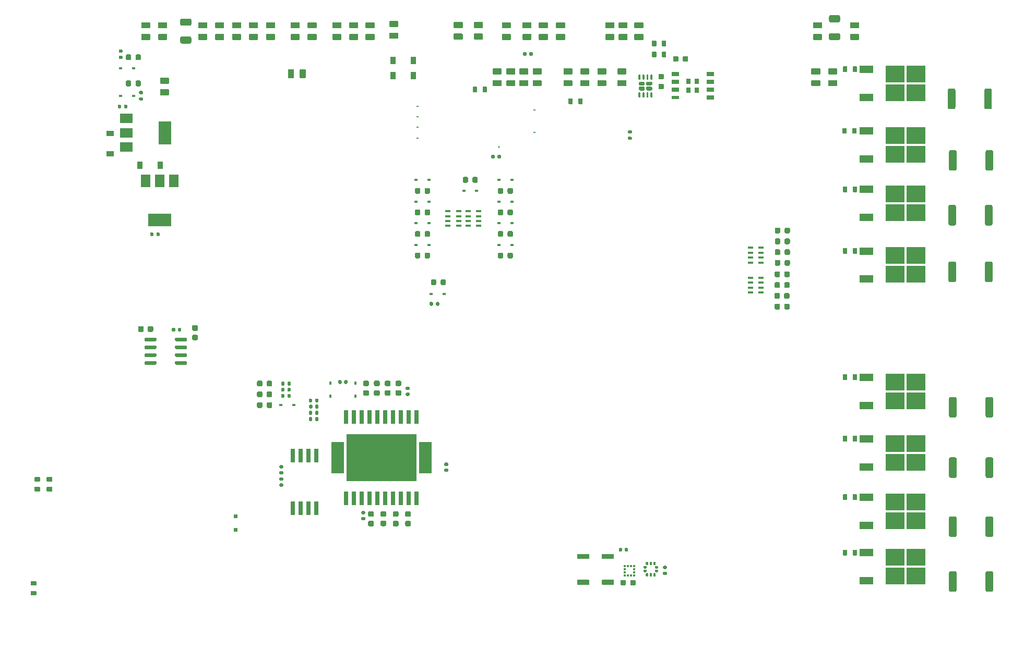
<source format=gtp>
G04 #@! TF.GenerationSoftware,KiCad,Pcbnew,8.0.9-8.0.9-0~ubuntu24.04.1*
G04 #@! TF.CreationDate,2025-03-13T18:09:02+00:00*
G04 #@! TF.ProjectId,hellen88m42bmw,68656c6c-656e-4383-986d-3432626d772e,B*
G04 #@! TF.SameCoordinates,PX3d1b110PY9269338*
G04 #@! TF.FileFunction,Paste,Top*
G04 #@! TF.FilePolarity,Positive*
%FSLAX46Y46*%
G04 Gerber Fmt 4.6, Leading zero omitted, Abs format (unit mm)*
G04 Created by KiCad (PCBNEW 8.0.9-8.0.9-0~ubuntu24.04.1) date 2025-03-13 18:09:02*
%MOMM*%
%LPD*%
G01*
G04 APERTURE LIST*
%ADD10R,3.050000X2.750000*%
%ADD11R,2.200000X1.200000*%
%ADD12R,0.640000X2.160000*%
%ADD13R,0.600000X0.450000*%
%ADD14R,0.900000X1.200000*%
%ADD15R,0.900000X0.400000*%
%ADD16R,0.800000X2.200000*%
%ADD17R,2.032000X5.080000*%
%ADD18R,11.430000X7.620000*%
%ADD19O,0.000001X0.000001*%
%ADD20R,0.350000X0.375000*%
%ADD21R,0.375000X0.350000*%
%ADD22O,0.500000X0.250000*%
%ADD23O,0.250000X0.500000*%
%ADD24R,1.310000X0.650000*%
%ADD25R,1.310000X0.600000*%
%ADD26R,0.795000X0.900000*%
%ADD27R,1.500000X2.000000*%
%ADD28R,3.800000X2.000000*%
%ADD29R,2.000000X1.500000*%
%ADD30R,2.000000X3.800000*%
%ADD31R,0.450000X0.600000*%
%ADD32R,1.200000X0.900000*%
G04 APERTURE END LIST*
G04 #@! TO.C,JP1*
G36*
G01*
X20301000Y99973001D02*
X21551000Y99973001D01*
G75*
G02*
X21651000Y99873001I0J-100000D01*
G01*
X21651000Y99073001D01*
G75*
G02*
X21551000Y98973001I-100000J0D01*
G01*
X20301000Y98973001D01*
G75*
G02*
X20201000Y99073001I0J100000D01*
G01*
X20201000Y99873001D01*
G75*
G02*
X20301000Y99973001I100000J0D01*
G01*
G37*
G36*
G01*
X20301000Y98072979D02*
X21551000Y98072979D01*
G75*
G02*
X21651000Y97972979I0J-100000D01*
G01*
X21651000Y97172979D01*
G75*
G02*
X21551000Y97072979I-100000J0D01*
G01*
X20301000Y97072979D01*
G75*
G02*
X20201000Y97172979I0J100000D01*
G01*
X20201000Y97972979D01*
G75*
G02*
X20301000Y98072979I100000J0D01*
G01*
G37*
G04 #@! TD*
G04 #@! TO.C,JP3*
G36*
G01*
X29551000Y99973001D02*
X30801000Y99973001D01*
G75*
G02*
X30901000Y99873001I0J-100000D01*
G01*
X30901000Y99073001D01*
G75*
G02*
X30801000Y98973001I-100000J0D01*
G01*
X29551000Y98973001D01*
G75*
G02*
X29451000Y99073001I0J100000D01*
G01*
X29451000Y99873001D01*
G75*
G02*
X29551000Y99973001I100000J0D01*
G01*
G37*
G36*
G01*
X29551000Y98072979D02*
X30801000Y98072979D01*
G75*
G02*
X30901000Y97972979I0J-100000D01*
G01*
X30901000Y97172979D01*
G75*
G02*
X30801000Y97072979I-100000J0D01*
G01*
X29551000Y97072979D01*
G75*
G02*
X29451000Y97172979I0J100000D01*
G01*
X29451000Y97972979D01*
G75*
G02*
X29551000Y98072979I100000J0D01*
G01*
G37*
G04 #@! TD*
G04 #@! TO.C,JP4*
G36*
G01*
X35051000Y99973001D02*
X36301000Y99973001D01*
G75*
G02*
X36401000Y99873001I0J-100000D01*
G01*
X36401000Y99073001D01*
G75*
G02*
X36301000Y98973001I-100000J0D01*
G01*
X35051000Y98973001D01*
G75*
G02*
X34951000Y99073001I0J100000D01*
G01*
X34951000Y99873001D01*
G75*
G02*
X35051000Y99973001I100000J0D01*
G01*
G37*
G36*
G01*
X35051000Y98072979D02*
X36301000Y98072979D01*
G75*
G02*
X36401000Y97972979I0J-100000D01*
G01*
X36401000Y97172979D01*
G75*
G02*
X36301000Y97072979I-100000J0D01*
G01*
X35051000Y97072979D01*
G75*
G02*
X34951000Y97172979I0J100000D01*
G01*
X34951000Y97972979D01*
G75*
G02*
X35051000Y98072979I100000J0D01*
G01*
G37*
G04 #@! TD*
G04 #@! TO.C,JP5*
G36*
G01*
X44551000Y99973001D02*
X45801000Y99973001D01*
G75*
G02*
X45901000Y99873001I0J-100000D01*
G01*
X45901000Y99073001D01*
G75*
G02*
X45801000Y98973001I-100000J0D01*
G01*
X44551000Y98973001D01*
G75*
G02*
X44451000Y99073001I0J100000D01*
G01*
X44451000Y99873001D01*
G75*
G02*
X44551000Y99973001I100000J0D01*
G01*
G37*
G36*
G01*
X44551000Y98072979D02*
X45801000Y98072979D01*
G75*
G02*
X45901000Y97972979I0J-100000D01*
G01*
X45901000Y97172979D01*
G75*
G02*
X45801000Y97072979I-100000J0D01*
G01*
X44551000Y97072979D01*
G75*
G02*
X44451000Y97172979I0J100000D01*
G01*
X44451000Y97972979D01*
G75*
G02*
X44551000Y98072979I100000J0D01*
G01*
G37*
G04 #@! TD*
G04 #@! TO.C,JP7*
G36*
G01*
X51301000Y99973001D02*
X52551000Y99973001D01*
G75*
G02*
X52651000Y99873001I0J-100000D01*
G01*
X52651000Y99073001D01*
G75*
G02*
X52551000Y98973001I-100000J0D01*
G01*
X51301000Y98973001D01*
G75*
G02*
X51201000Y99073001I0J100000D01*
G01*
X51201000Y99873001D01*
G75*
G02*
X51301000Y99973001I100000J0D01*
G01*
G37*
G36*
G01*
X51301000Y98072979D02*
X52551000Y98072979D01*
G75*
G02*
X52651000Y97972979I0J-100000D01*
G01*
X52651000Y97172979D01*
G75*
G02*
X52551000Y97072979I-100000J0D01*
G01*
X51301000Y97072979D01*
G75*
G02*
X51201000Y97172979I0J100000D01*
G01*
X51201000Y97972979D01*
G75*
G02*
X51301000Y98072979I100000J0D01*
G01*
G37*
G04 #@! TD*
G04 #@! TO.C,JP16*
G36*
G01*
X84801000Y99973001D02*
X86051000Y99973001D01*
G75*
G02*
X86151000Y99873001I0J-100000D01*
G01*
X86151000Y99073001D01*
G75*
G02*
X86051000Y98973001I-100000J0D01*
G01*
X84801000Y98973001D01*
G75*
G02*
X84701000Y99073001I0J100000D01*
G01*
X84701000Y99873001D01*
G75*
G02*
X84801000Y99973001I100000J0D01*
G01*
G37*
G36*
G01*
X84801000Y98072979D02*
X86051000Y98072979D01*
G75*
G02*
X86151000Y97972979I0J-100000D01*
G01*
X86151000Y97172979D01*
G75*
G02*
X86051000Y97072979I-100000J0D01*
G01*
X84801000Y97072979D01*
G75*
G02*
X84701000Y97172979I0J100000D01*
G01*
X84701000Y97972979D01*
G75*
G02*
X84801000Y98072979I100000J0D01*
G01*
G37*
G04 #@! TD*
G04 #@! TO.C,JP17*
G36*
G01*
X87601000Y99973000D02*
X88851000Y99973000D01*
G75*
G02*
X88951000Y99873000I0J-100000D01*
G01*
X88951000Y99073000D01*
G75*
G02*
X88851000Y98973000I-100000J0D01*
G01*
X87601000Y98973000D01*
G75*
G02*
X87501000Y99073000I0J100000D01*
G01*
X87501000Y99873000D01*
G75*
G02*
X87601000Y99973000I100000J0D01*
G01*
G37*
G36*
G01*
X87601000Y98072978D02*
X88851000Y98072978D01*
G75*
G02*
X88951000Y97972978I0J-100000D01*
G01*
X88951000Y97172978D01*
G75*
G02*
X88851000Y97072978I-100000J0D01*
G01*
X87601000Y97072978D01*
G75*
G02*
X87501000Y97172978I0J100000D01*
G01*
X87501000Y97972978D01*
G75*
G02*
X87601000Y98072978I100000J0D01*
G01*
G37*
G04 #@! TD*
G04 #@! TO.C,JP20*
G36*
G01*
X94301000Y92473001D02*
X95551000Y92473001D01*
G75*
G02*
X95651000Y92373001I0J-100000D01*
G01*
X95651000Y91573001D01*
G75*
G02*
X95551000Y91473001I-100000J0D01*
G01*
X94301000Y91473001D01*
G75*
G02*
X94201000Y91573001I0J100000D01*
G01*
X94201000Y92373001D01*
G75*
G02*
X94301000Y92473001I100000J0D01*
G01*
G37*
G36*
G01*
X94301000Y90572979D02*
X95551000Y90572979D01*
G75*
G02*
X95651000Y90472979I0J-100000D01*
G01*
X95651000Y89672979D01*
G75*
G02*
X95551000Y89572979I-100000J0D01*
G01*
X94301000Y89572979D01*
G75*
G02*
X94201000Y89672979I0J100000D01*
G01*
X94201000Y90472979D01*
G75*
G02*
X94301000Y90572979I100000J0D01*
G01*
G37*
G04 #@! TD*
G04 #@! TO.C,JP21*
G36*
G01*
X97551000Y92473001D02*
X98801000Y92473001D01*
G75*
G02*
X98901000Y92373001I0J-100000D01*
G01*
X98901000Y91573001D01*
G75*
G02*
X98801000Y91473001I-100000J0D01*
G01*
X97551000Y91473001D01*
G75*
G02*
X97451000Y91573001I0J100000D01*
G01*
X97451000Y92373001D01*
G75*
G02*
X97551000Y92473001I100000J0D01*
G01*
G37*
G36*
G01*
X97551000Y90572979D02*
X98801000Y90572979D01*
G75*
G02*
X98901000Y90472979I0J-100000D01*
G01*
X98901000Y89672979D01*
G75*
G02*
X98801000Y89572979I-100000J0D01*
G01*
X97551000Y89572979D01*
G75*
G02*
X97451000Y89672979I0J100000D01*
G01*
X97451000Y90472979D01*
G75*
G02*
X97551000Y90572979I100000J0D01*
G01*
G37*
G04 #@! TD*
G04 #@! TO.C,JP26*
G36*
G01*
X129301000Y99973001D02*
X130551000Y99973001D01*
G75*
G02*
X130651000Y99873001I0J-100000D01*
G01*
X130651000Y99073001D01*
G75*
G02*
X130551000Y98973001I-100000J0D01*
G01*
X129301000Y98973001D01*
G75*
G02*
X129201000Y99073001I0J100000D01*
G01*
X129201000Y99873001D01*
G75*
G02*
X129301000Y99973001I100000J0D01*
G01*
G37*
G36*
G01*
X129301000Y98072979D02*
X130551000Y98072979D01*
G75*
G02*
X130651000Y97972979I0J-100000D01*
G01*
X130651000Y97172979D01*
G75*
G02*
X130551000Y97072979I-100000J0D01*
G01*
X129301000Y97072979D01*
G75*
G02*
X129201000Y97172979I0J100000D01*
G01*
X129201000Y97972979D01*
G75*
G02*
X129301000Y98072979I100000J0D01*
G01*
G37*
G04 #@! TD*
G04 #@! TO.C,JP27*
G36*
G01*
X135301000Y99973001D02*
X136551000Y99973001D01*
G75*
G02*
X136651000Y99873001I0J-100000D01*
G01*
X136651000Y99073001D01*
G75*
G02*
X136551000Y98973001I-100000J0D01*
G01*
X135301000Y98973001D01*
G75*
G02*
X135201000Y99073001I0J100000D01*
G01*
X135201000Y99873001D01*
G75*
G02*
X135301000Y99973001I100000J0D01*
G01*
G37*
G36*
G01*
X135301000Y98072979D02*
X136551000Y98072979D01*
G75*
G02*
X136651000Y97972979I0J-100000D01*
G01*
X136651000Y97172979D01*
G75*
G02*
X136551000Y97072979I-100000J0D01*
G01*
X135301000Y97072979D01*
G75*
G02*
X135201000Y97172979I0J100000D01*
G01*
X135201000Y97972979D01*
G75*
G02*
X135301000Y98072979I100000J0D01*
G01*
G37*
G04 #@! TD*
G04 #@! TO.C,JP29*
G36*
G01*
X23051000Y99973001D02*
X24301000Y99973001D01*
G75*
G02*
X24401000Y99873001I0J-100000D01*
G01*
X24401000Y99073001D01*
G75*
G02*
X24301000Y98973001I-100000J0D01*
G01*
X23051000Y98973001D01*
G75*
G02*
X22951000Y99073001I0J100000D01*
G01*
X22951000Y99873001D01*
G75*
G02*
X23051000Y99973001I100000J0D01*
G01*
G37*
G36*
G01*
X23051000Y98072979D02*
X24301000Y98072979D01*
G75*
G02*
X24401000Y97972979I0J-100000D01*
G01*
X24401000Y97172979D01*
G75*
G02*
X24301000Y97072979I-100000J0D01*
G01*
X23051000Y97072979D01*
G75*
G02*
X22951000Y97172979I0J100000D01*
G01*
X22951000Y97972979D01*
G75*
G02*
X23051000Y98072979I100000J0D01*
G01*
G37*
G04 #@! TD*
G04 #@! TO.C,JP31*
G36*
G01*
X32301000Y99973001D02*
X33551000Y99973001D01*
G75*
G02*
X33651000Y99873001I0J-100000D01*
G01*
X33651000Y99073001D01*
G75*
G02*
X33551000Y98973001I-100000J0D01*
G01*
X32301000Y98973001D01*
G75*
G02*
X32201000Y99073001I0J100000D01*
G01*
X32201000Y99873001D01*
G75*
G02*
X32301000Y99973001I100000J0D01*
G01*
G37*
G36*
G01*
X32301000Y98072979D02*
X33551000Y98072979D01*
G75*
G02*
X33651000Y97972979I0J-100000D01*
G01*
X33651000Y97172979D01*
G75*
G02*
X33551000Y97072979I-100000J0D01*
G01*
X32301000Y97072979D01*
G75*
G02*
X32201000Y97172979I0J100000D01*
G01*
X32201000Y97972979D01*
G75*
G02*
X32301000Y98072979I100000J0D01*
G01*
G37*
G04 #@! TD*
G04 #@! TO.C,JP32*
G36*
G01*
X40551000Y99973001D02*
X41801000Y99973001D01*
G75*
G02*
X41901000Y99873001I0J-100000D01*
G01*
X41901000Y99073001D01*
G75*
G02*
X41801000Y98973001I-100000J0D01*
G01*
X40551000Y98973001D01*
G75*
G02*
X40451000Y99073001I0J100000D01*
G01*
X40451000Y99873001D01*
G75*
G02*
X40551000Y99973001I100000J0D01*
G01*
G37*
G36*
G01*
X40551000Y98072979D02*
X41801000Y98072979D01*
G75*
G02*
X41901000Y97972979I0J-100000D01*
G01*
X41901000Y97172979D01*
G75*
G02*
X41801000Y97072979I-100000J0D01*
G01*
X40551000Y97072979D01*
G75*
G02*
X40451000Y97172979I0J100000D01*
G01*
X40451000Y97972979D01*
G75*
G02*
X40551000Y98072979I100000J0D01*
G01*
G37*
G04 #@! TD*
G04 #@! TO.C,JP33*
G36*
G01*
X47301000Y99973001D02*
X48551000Y99973001D01*
G75*
G02*
X48651000Y99873001I0J-100000D01*
G01*
X48651000Y99073001D01*
G75*
G02*
X48551000Y98973001I-100000J0D01*
G01*
X47301000Y98973001D01*
G75*
G02*
X47201000Y99073001I0J100000D01*
G01*
X47201000Y99873001D01*
G75*
G02*
X47301000Y99973001I100000J0D01*
G01*
G37*
G36*
G01*
X47301000Y98072979D02*
X48551000Y98072979D01*
G75*
G02*
X48651000Y97972979I0J-100000D01*
G01*
X48651000Y97172979D01*
G75*
G02*
X48551000Y97072979I-100000J0D01*
G01*
X47301000Y97072979D01*
G75*
G02*
X47201000Y97172979I0J100000D01*
G01*
X47201000Y97972979D01*
G75*
G02*
X47301000Y98072979I100000J0D01*
G01*
G37*
G04 #@! TD*
G04 #@! TO.C,JP35*
G36*
G01*
X56701000Y99973001D02*
X57951000Y99973001D01*
G75*
G02*
X58051000Y99873001I0J-100000D01*
G01*
X58051000Y99073001D01*
G75*
G02*
X57951000Y98973001I-100000J0D01*
G01*
X56701000Y98973001D01*
G75*
G02*
X56601000Y99073001I0J100000D01*
G01*
X56601000Y99873001D01*
G75*
G02*
X56701000Y99973001I100000J0D01*
G01*
G37*
G36*
G01*
X56701000Y98072979D02*
X57951000Y98072979D01*
G75*
G02*
X58051000Y97972979I0J-100000D01*
G01*
X58051000Y97172979D01*
G75*
G02*
X57951000Y97072979I-100000J0D01*
G01*
X56701000Y97072979D01*
G75*
G02*
X56601000Y97172979I0J100000D01*
G01*
X56601000Y97972979D01*
G75*
G02*
X56701000Y98072979I100000J0D01*
G01*
G37*
G04 #@! TD*
G04 #@! TO.C,JP41*
G36*
G01*
X77301000Y92473001D02*
X78551000Y92473001D01*
G75*
G02*
X78651000Y92373001I0J-100000D01*
G01*
X78651000Y91573001D01*
G75*
G02*
X78551000Y91473001I-100000J0D01*
G01*
X77301000Y91473001D01*
G75*
G02*
X77201000Y91573001I0J100000D01*
G01*
X77201000Y92373001D01*
G75*
G02*
X77301000Y92473001I100000J0D01*
G01*
G37*
G36*
G01*
X77301000Y90572979D02*
X78551000Y90572979D01*
G75*
G02*
X78651000Y90472979I0J-100000D01*
G01*
X78651000Y89672979D01*
G75*
G02*
X78551000Y89572979I-100000J0D01*
G01*
X77301000Y89572979D01*
G75*
G02*
X77201000Y89672979I0J100000D01*
G01*
X77201000Y90472979D01*
G75*
G02*
X77301000Y90572979I100000J0D01*
G01*
G37*
G04 #@! TD*
G04 #@! TO.C,JP42*
G36*
G01*
X79551000Y92473001D02*
X80801000Y92473001D01*
G75*
G02*
X80901000Y92373001I0J-100000D01*
G01*
X80901000Y91573001D01*
G75*
G02*
X80801000Y91473001I-100000J0D01*
G01*
X79551000Y91473001D01*
G75*
G02*
X79451000Y91573001I0J100000D01*
G01*
X79451000Y92373001D01*
G75*
G02*
X79551000Y92473001I100000J0D01*
G01*
G37*
G36*
G01*
X79551000Y90572979D02*
X80801000Y90572979D01*
G75*
G02*
X80901000Y90472979I0J-100000D01*
G01*
X80901000Y89672979D01*
G75*
G02*
X80801000Y89572979I-100000J0D01*
G01*
X79551000Y89572979D01*
G75*
G02*
X79451000Y89672979I0J100000D01*
G01*
X79451000Y90472979D01*
G75*
G02*
X79551000Y90572979I100000J0D01*
G01*
G37*
G04 #@! TD*
G04 #@! TO.C,JP43*
G36*
G01*
X82151000Y99973022D02*
X83401000Y99973022D01*
G75*
G02*
X83501000Y99873022I0J-100000D01*
G01*
X83501000Y99073022D01*
G75*
G02*
X83401000Y98973022I-100000J0D01*
G01*
X82151000Y98973022D01*
G75*
G02*
X82051000Y99073022I0J100000D01*
G01*
X82051000Y99873022D01*
G75*
G02*
X82151000Y99973022I100000J0D01*
G01*
G37*
G36*
G01*
X82151000Y98073000D02*
X83401000Y98073000D01*
G75*
G02*
X83501000Y97973000I0J-100000D01*
G01*
X83501000Y97173000D01*
G75*
G02*
X83401000Y97073000I-100000J0D01*
G01*
X82151000Y97073000D01*
G75*
G02*
X82051000Y97173000I0J100000D01*
G01*
X82051000Y97973000D01*
G75*
G02*
X82151000Y98073000I100000J0D01*
G01*
G37*
G04 #@! TD*
G04 #@! TO.C,JP46*
G36*
G01*
X88801000Y92473001D02*
X90051000Y92473001D01*
G75*
G02*
X90151000Y92373001I0J-100000D01*
G01*
X90151000Y91573001D01*
G75*
G02*
X90051000Y91473001I-100000J0D01*
G01*
X88801000Y91473001D01*
G75*
G02*
X88701000Y91573001I0J100000D01*
G01*
X88701000Y92373001D01*
G75*
G02*
X88801000Y92473001I100000J0D01*
G01*
G37*
G36*
G01*
X88801000Y90572979D02*
X90051000Y90572979D01*
G75*
G02*
X90151000Y90472979I0J-100000D01*
G01*
X90151000Y89672979D01*
G75*
G02*
X90051000Y89572979I-100000J0D01*
G01*
X88801000Y89572979D01*
G75*
G02*
X88701000Y89672979I0J100000D01*
G01*
X88701000Y90472979D01*
G75*
G02*
X88801000Y90572979I100000J0D01*
G01*
G37*
G04 #@! TD*
G04 #@! TO.C,JP47*
G36*
G01*
X91551000Y92473001D02*
X92801000Y92473001D01*
G75*
G02*
X92901000Y92373001I0J-100000D01*
G01*
X92901000Y91573001D01*
G75*
G02*
X92801000Y91473001I-100000J0D01*
G01*
X91551000Y91473001D01*
G75*
G02*
X91451000Y91573001I0J100000D01*
G01*
X91451000Y92373001D01*
G75*
G02*
X91551000Y92473001I100000J0D01*
G01*
G37*
G36*
G01*
X91551000Y90572979D02*
X92801000Y90572979D01*
G75*
G02*
X92901000Y90472979I0J-100000D01*
G01*
X92901000Y89672979D01*
G75*
G02*
X92801000Y89572979I-100000J0D01*
G01*
X91551000Y89572979D01*
G75*
G02*
X91451000Y89672979I0J100000D01*
G01*
X91451000Y90472979D01*
G75*
G02*
X91551000Y90572979I100000J0D01*
G01*
G37*
G04 #@! TD*
G04 #@! TO.C,JP54*
G36*
G01*
X131776000Y100178010D02*
X131776000Y100868010D01*
G75*
G02*
X132006000Y101098010I230000J0D01*
G01*
X133346000Y101098010D01*
G75*
G02*
X133576000Y100868010I0J-230000D01*
G01*
X133576000Y100178010D01*
G75*
G02*
X133346000Y99948010I-230000J0D01*
G01*
X132006000Y99948010D01*
G75*
G02*
X131776000Y100178010I0J230000D01*
G01*
G37*
G36*
G01*
X131776000Y97277990D02*
X131776000Y97967990D01*
G75*
G02*
X132006000Y98197990I230000J0D01*
G01*
X133346000Y98197990D01*
G75*
G02*
X133576000Y97967990I0J-230000D01*
G01*
X133576000Y97277990D01*
G75*
G02*
X133346000Y97047990I-230000J0D01*
G01*
X132006000Y97047990D01*
G75*
G02*
X131776000Y97277990I0J230000D01*
G01*
G37*
G04 #@! TD*
G04 #@! TO.C,JP56*
G36*
G01*
X26526000Y99628010D02*
X26526000Y100318010D01*
G75*
G02*
X26756000Y100548010I230000J0D01*
G01*
X28096000Y100548010D01*
G75*
G02*
X28326000Y100318010I0J-230000D01*
G01*
X28326000Y99628010D01*
G75*
G02*
X28096000Y99398010I-230000J0D01*
G01*
X26756000Y99398010D01*
G75*
G02*
X26526000Y99628010I0J230000D01*
G01*
G37*
G36*
G01*
X26526000Y96727990D02*
X26526000Y97417990D01*
G75*
G02*
X26756000Y97647990I230000J0D01*
G01*
X28096000Y97647990D01*
G75*
G02*
X28326000Y97417990I0J-230000D01*
G01*
X28326000Y96727990D01*
G75*
G02*
X28096000Y96497990I-230000J0D01*
G01*
X26756000Y96497990D01*
G75*
G02*
X26526000Y96727990I0J230000D01*
G01*
G37*
G04 #@! TD*
G04 #@! TO.C,JP73*
G36*
G01*
X83801000Y92468001D02*
X85051000Y92468001D01*
G75*
G02*
X85151000Y92368001I0J-100000D01*
G01*
X85151000Y91568001D01*
G75*
G02*
X85051000Y91468001I-100000J0D01*
G01*
X83801000Y91468001D01*
G75*
G02*
X83701000Y91568001I0J100000D01*
G01*
X83701000Y92368001D01*
G75*
G02*
X83801000Y92468001I100000J0D01*
G01*
G37*
G36*
G01*
X83801000Y90567979D02*
X85051000Y90567979D01*
G75*
G02*
X85151000Y90467979I0J-100000D01*
G01*
X85151000Y89667979D01*
G75*
G02*
X85051000Y89567979I-100000J0D01*
G01*
X83801000Y89567979D01*
G75*
G02*
X83701000Y89667979I0J100000D01*
G01*
X83701000Y90467979D01*
G75*
G02*
X83801000Y90567979I100000J0D01*
G01*
G37*
G04 #@! TD*
G04 #@! TO.C,JP77*
G36*
G01*
X95601000Y99973001D02*
X96851000Y99973001D01*
G75*
G02*
X96951000Y99873001I0J-100000D01*
G01*
X96951000Y99073001D01*
G75*
G02*
X96851000Y98973001I-100000J0D01*
G01*
X95601000Y98973001D01*
G75*
G02*
X95501000Y99073001I0J100000D01*
G01*
X95501000Y99873001D01*
G75*
G02*
X95601000Y99973001I100000J0D01*
G01*
G37*
G36*
G01*
X95601000Y98072979D02*
X96851000Y98072979D01*
G75*
G02*
X96951000Y97972979I0J-100000D01*
G01*
X96951000Y97172979D01*
G75*
G02*
X96851000Y97072979I-100000J0D01*
G01*
X95601000Y97072979D01*
G75*
G02*
X95501000Y97172979I0J100000D01*
G01*
X95501000Y97972979D01*
G75*
G02*
X95601000Y98072979I100000J0D01*
G01*
G37*
G04 #@! TD*
G04 #@! TO.C,JP78*
G36*
G01*
X100301000Y99973001D02*
X101551000Y99973001D01*
G75*
G02*
X101651000Y99873001I0J-100000D01*
G01*
X101651000Y99073001D01*
G75*
G02*
X101551000Y98973001I-100000J0D01*
G01*
X100301000Y98973001D01*
G75*
G02*
X100201000Y99073001I0J100000D01*
G01*
X100201000Y99873001D01*
G75*
G02*
X100301000Y99973001I100000J0D01*
G01*
G37*
G36*
G01*
X100301000Y98072979D02*
X101551000Y98072979D01*
G75*
G02*
X101651000Y97972979I0J-100000D01*
G01*
X101651000Y97172979D01*
G75*
G02*
X101551000Y97072979I-100000J0D01*
G01*
X100301000Y97072979D01*
G75*
G02*
X100201000Y97172979I0J100000D01*
G01*
X100201000Y97972979D01*
G75*
G02*
X100301000Y98072979I100000J0D01*
G01*
G37*
G04 #@! TD*
G04 #@! TO.C,JP85*
G36*
G01*
X131751000Y92473001D02*
X133001000Y92473001D01*
G75*
G02*
X133101000Y92373001I0J-100000D01*
G01*
X133101000Y91573001D01*
G75*
G02*
X133001000Y91473001I-100000J0D01*
G01*
X131751000Y91473001D01*
G75*
G02*
X131651000Y91573001I0J100000D01*
G01*
X131651000Y92373001D01*
G75*
G02*
X131751000Y92473001I100000J0D01*
G01*
G37*
G36*
G01*
X131751000Y90572979D02*
X133001000Y90572979D01*
G75*
G02*
X133101000Y90472979I0J-100000D01*
G01*
X133101000Y89672979D01*
G75*
G02*
X133001000Y89572979I-100000J0D01*
G01*
X131751000Y89572979D01*
G75*
G02*
X131651000Y89672979I0J100000D01*
G01*
X131651000Y90472979D01*
G75*
G02*
X131751000Y90572979I100000J0D01*
G01*
G37*
G04 #@! TD*
G04 #@! TO.C,JP86*
G36*
G01*
X129001000Y92473001D02*
X130251000Y92473001D01*
G75*
G02*
X130351000Y92373001I0J-100000D01*
G01*
X130351000Y91573001D01*
G75*
G02*
X130251000Y91473001I-100000J0D01*
G01*
X129001000Y91473001D01*
G75*
G02*
X128901000Y91573001I0J100000D01*
G01*
X128901000Y92373001D01*
G75*
G02*
X129001000Y92473001I100000J0D01*
G01*
G37*
G36*
G01*
X129001000Y90572979D02*
X130251000Y90572979D01*
G75*
G02*
X130351000Y90472979I0J-100000D01*
G01*
X130351000Y89672979D01*
G75*
G02*
X130251000Y89572979I-100000J0D01*
G01*
X129001000Y89572979D01*
G75*
G02*
X128901000Y89672979I0J100000D01*
G01*
X128901000Y90472979D01*
G75*
G02*
X129001000Y90572979I100000J0D01*
G01*
G37*
G04 #@! TD*
G04 #@! TO.C,JP59*
G36*
G01*
X37801000Y99973001D02*
X39051000Y99973001D01*
G75*
G02*
X39151000Y99873001I0J-100000D01*
G01*
X39151000Y99073001D01*
G75*
G02*
X39051000Y98973001I-100000J0D01*
G01*
X37801000Y98973001D01*
G75*
G02*
X37701000Y99073001I0J100000D01*
G01*
X37701000Y99873001D01*
G75*
G02*
X37801000Y99973001I100000J0D01*
G01*
G37*
G36*
G01*
X37801000Y98072979D02*
X39051000Y98072979D01*
G75*
G02*
X39151000Y97972979I0J-100000D01*
G01*
X39151000Y97172979D01*
G75*
G02*
X39051000Y97072979I-100000J0D01*
G01*
X37801000Y97072979D01*
G75*
G02*
X37701000Y97172979I0J100000D01*
G01*
X37701000Y97972979D01*
G75*
G02*
X37801000Y98072979I100000J0D01*
G01*
G37*
G04 #@! TD*
D10*
G04 #@! TO.C,Q1*
X142499800Y31548000D03*
X142499800Y28498000D03*
X145849800Y31548000D03*
X145849800Y28498000D03*
D11*
X137874800Y32303000D03*
X137874800Y27743000D03*
G04 #@! TD*
D10*
G04 #@! TO.C,Q6*
X142499800Y91548000D03*
X142499800Y88498000D03*
X145849800Y91548000D03*
X145849800Y88498000D03*
D11*
X137874800Y92303000D03*
X137874800Y87743000D03*
G04 #@! TD*
D10*
G04 #@! TO.C,Q2*
X142499800Y41548000D03*
X142499800Y38498000D03*
X145849800Y41548000D03*
X145849800Y38498000D03*
D11*
X137874800Y42303000D03*
X137874800Y37743000D03*
G04 #@! TD*
D10*
G04 #@! TO.C,Q5*
X142499800Y81548000D03*
X142499800Y78498000D03*
X145849800Y81548000D03*
X145849800Y78498000D03*
D11*
X137874800Y82303000D03*
X137874800Y77743000D03*
G04 #@! TD*
D10*
G04 #@! TO.C,Q3*
X142499800Y62048000D03*
X142499800Y58998000D03*
X145849800Y62048000D03*
X145849800Y58998000D03*
D11*
X137874800Y62803000D03*
X137874800Y58243000D03*
G04 #@! TD*
D10*
G04 #@! TO.C,Q4*
X142499800Y72048000D03*
X142499800Y68998000D03*
X145849800Y72048000D03*
X145849800Y68998000D03*
D11*
X137874800Y72803000D03*
X137874800Y68243000D03*
G04 #@! TD*
G04 #@! TO.C,C1*
G36*
G01*
X42756000Y26033000D02*
X43096000Y26033000D01*
G75*
G02*
X43236000Y25893000I0J-140000D01*
G01*
X43236000Y25613000D01*
G75*
G02*
X43096000Y25473000I-140000J0D01*
G01*
X42756000Y25473000D01*
G75*
G02*
X42616000Y25613000I0J140000D01*
G01*
X42616000Y25893000D01*
G75*
G02*
X42756000Y26033000I140000J0D01*
G01*
G37*
G36*
G01*
X42756000Y25073000D02*
X43096000Y25073000D01*
G75*
G02*
X43236000Y24933000I0J-140000D01*
G01*
X43236000Y24653000D01*
G75*
G02*
X43096000Y24513000I-140000J0D01*
G01*
X42756000Y24513000D01*
G75*
G02*
X42616000Y24653000I0J140000D01*
G01*
X42616000Y24933000D01*
G75*
G02*
X42756000Y25073000I140000J0D01*
G01*
G37*
G04 #@! TD*
G04 #@! TO.C,C2*
G36*
G01*
X43096000Y26513000D02*
X42756000Y26513000D01*
G75*
G02*
X42616000Y26653000I0J140000D01*
G01*
X42616000Y26933000D01*
G75*
G02*
X42756000Y27073000I140000J0D01*
G01*
X43096000Y27073000D01*
G75*
G02*
X43236000Y26933000I0J-140000D01*
G01*
X43236000Y26653000D01*
G75*
G02*
X43096000Y26513000I-140000J0D01*
G01*
G37*
G36*
G01*
X43096000Y27473000D02*
X42756000Y27473000D01*
G75*
G02*
X42616000Y27613000I0J140000D01*
G01*
X42616000Y27893000D01*
G75*
G02*
X42756000Y28033000I140000J0D01*
G01*
X43096000Y28033000D01*
G75*
G02*
X43236000Y27893000I0J-140000D01*
G01*
X43236000Y27613000D01*
G75*
G02*
X43096000Y27473000I-140000J0D01*
G01*
G37*
G04 #@! TD*
D12*
G04 #@! TO.C,U1*
X44771000Y21003000D03*
X46041000Y21003000D03*
X47311000Y21003000D03*
X48581000Y21003000D03*
X48581000Y29543000D03*
X47311000Y29543000D03*
X46041000Y29543000D03*
X44771000Y29543000D03*
G04 #@! TD*
G04 #@! TO.C,R1*
G36*
G01*
X16396000Y86088000D02*
X16396000Y86458000D01*
G75*
G02*
X16531000Y86593000I135000J0D01*
G01*
X16801000Y86593000D01*
G75*
G02*
X16936000Y86458000I0J-135000D01*
G01*
X16936000Y86088000D01*
G75*
G02*
X16801000Y85953000I-135000J0D01*
G01*
X16531000Y85953000D01*
G75*
G02*
X16396000Y86088000I0J135000D01*
G01*
G37*
G36*
G01*
X17416000Y86088000D02*
X17416000Y86458000D01*
G75*
G02*
X17551000Y86593000I135000J0D01*
G01*
X17821000Y86593000D01*
G75*
G02*
X17956000Y86458000I0J-135000D01*
G01*
X17956000Y86088000D01*
G75*
G02*
X17821000Y85953000I-135000J0D01*
G01*
X17551000Y85953000D01*
G75*
G02*
X17416000Y86088000I0J135000D01*
G01*
G37*
G04 #@! TD*
D13*
G04 #@! TO.C,D14*
X66876000Y70823000D03*
X64776000Y70823000D03*
G04 #@! TD*
G04 #@! TO.C,R10*
G36*
G01*
X151251000Y16598000D02*
X151251000Y19448000D01*
G75*
G02*
X151501000Y19698000I250000J0D01*
G01*
X152226000Y19698000D01*
G75*
G02*
X152476000Y19448000I0J-250000D01*
G01*
X152476000Y16598000D01*
G75*
G02*
X152226000Y16348000I-250000J0D01*
G01*
X151501000Y16348000D01*
G75*
G02*
X151251000Y16598000I0J250000D01*
G01*
G37*
G36*
G01*
X157176000Y16598000D02*
X157176000Y19448000D01*
G75*
G02*
X157426000Y19698000I250000J0D01*
G01*
X158151000Y19698000D01*
G75*
G02*
X158401000Y19448000I0J-250000D01*
G01*
X158401000Y16598000D01*
G75*
G02*
X158151000Y16348000I-250000J0D01*
G01*
X157426000Y16348000D01*
G75*
G02*
X157176000Y16598000I0J250000D01*
G01*
G37*
G04 #@! TD*
G04 #@! TO.C,D23*
G36*
G01*
X122988500Y65866750D02*
X122988500Y66379250D01*
G75*
G02*
X123207250Y66598000I218750J0D01*
G01*
X123644750Y66598000D01*
G75*
G02*
X123863500Y66379250I0J-218750D01*
G01*
X123863500Y65866750D01*
G75*
G02*
X123644750Y65648000I-218750J0D01*
G01*
X123207250Y65648000D01*
G75*
G02*
X122988500Y65866750I0J218750D01*
G01*
G37*
G36*
G01*
X124563500Y65866750D02*
X124563500Y66379250D01*
G75*
G02*
X124782250Y66598000I218750J0D01*
G01*
X125219750Y66598000D01*
G75*
G02*
X125438500Y66379250I0J-218750D01*
G01*
X125438500Y65866750D01*
G75*
G02*
X125219750Y65648000I-218750J0D01*
G01*
X124782250Y65648000D01*
G75*
G02*
X124563500Y65866750I0J218750D01*
G01*
G37*
G04 #@! TD*
G04 #@! TO.C,D25*
G36*
G01*
X64601000Y65316750D02*
X64601000Y65829250D01*
G75*
G02*
X64819750Y66048000I218750J0D01*
G01*
X65257250Y66048000D01*
G75*
G02*
X65476000Y65829250I0J-218750D01*
G01*
X65476000Y65316750D01*
G75*
G02*
X65257250Y65098000I-218750J0D01*
G01*
X64819750Y65098000D01*
G75*
G02*
X64601000Y65316750I0J218750D01*
G01*
G37*
G36*
G01*
X66176000Y65316750D02*
X66176000Y65829250D01*
G75*
G02*
X66394750Y66048000I218750J0D01*
G01*
X66832250Y66048000D01*
G75*
G02*
X67051000Y65829250I0J-218750D01*
G01*
X67051000Y65316750D01*
G75*
G02*
X66832250Y65098000I-218750J0D01*
G01*
X66394750Y65098000D01*
G75*
G02*
X66176000Y65316750I0J218750D01*
G01*
G37*
G04 #@! TD*
D14*
G04 #@! TO.C,D10*
X20026000Y76773000D03*
X23326000Y76773000D03*
G04 #@! TD*
G04 #@! TO.C,D27*
G36*
G01*
X80501000Y69329250D02*
X80501000Y68816750D01*
G75*
G02*
X80282250Y68598000I-218750J0D01*
G01*
X79844750Y68598000D01*
G75*
G02*
X79626000Y68816750I0J218750D01*
G01*
X79626000Y69329250D01*
G75*
G02*
X79844750Y69548000I218750J0D01*
G01*
X80282250Y69548000D01*
G75*
G02*
X80501000Y69329250I0J-218750D01*
G01*
G37*
G36*
G01*
X78926000Y69329250D02*
X78926000Y68816750D01*
G75*
G02*
X78707250Y68598000I-218750J0D01*
G01*
X78269750Y68598000D01*
G75*
G02*
X78051000Y68816750I0J218750D01*
G01*
X78051000Y69329250D01*
G75*
G02*
X78269750Y69548000I218750J0D01*
G01*
X78707250Y69548000D01*
G75*
G02*
X78926000Y69329250I0J-218750D01*
G01*
G37*
G04 #@! TD*
G04 #@! TO.C,R6*
G36*
G01*
X99291000Y82403000D02*
X99661000Y82403000D01*
G75*
G02*
X99796000Y82268000I0J-135000D01*
G01*
X99796000Y81998000D01*
G75*
G02*
X99661000Y81863000I-135000J0D01*
G01*
X99291000Y81863000D01*
G75*
G02*
X99156000Y81998000I0J135000D01*
G01*
X99156000Y82268000D01*
G75*
G02*
X99291000Y82403000I135000J0D01*
G01*
G37*
G36*
G01*
X99291000Y81383000D02*
X99661000Y81383000D01*
G75*
G02*
X99796000Y81248000I0J-135000D01*
G01*
X99796000Y80978000D01*
G75*
G02*
X99661000Y80843000I-135000J0D01*
G01*
X99291000Y80843000D01*
G75*
G02*
X99156000Y80978000I0J135000D01*
G01*
X99156000Y81248000D01*
G75*
G02*
X99291000Y81383000I135000J0D01*
G01*
G37*
G04 #@! TD*
G04 #@! TO.C,C13*
G36*
G01*
X61231000Y20528000D02*
X61731000Y20528000D01*
G75*
G02*
X61956000Y20303000I0J-225000D01*
G01*
X61956000Y19853000D01*
G75*
G02*
X61731000Y19628000I-225000J0D01*
G01*
X61231000Y19628000D01*
G75*
G02*
X61006000Y19853000I0J225000D01*
G01*
X61006000Y20303000D01*
G75*
G02*
X61231000Y20528000I225000J0D01*
G01*
G37*
G36*
G01*
X61231000Y18978000D02*
X61731000Y18978000D01*
G75*
G02*
X61956000Y18753000I0J-225000D01*
G01*
X61956000Y18303000D01*
G75*
G02*
X61731000Y18078000I-225000J0D01*
G01*
X61231000Y18078000D01*
G75*
G02*
X61006000Y18303000I0J225000D01*
G01*
X61006000Y18753000D01*
G75*
G02*
X61231000Y18978000I225000J0D01*
G01*
G37*
G04 #@! TD*
G04 #@! TO.C,D29*
G36*
G01*
X64601000Y61816750D02*
X64601000Y62329250D01*
G75*
G02*
X64819750Y62548000I218750J0D01*
G01*
X65257250Y62548000D01*
G75*
G02*
X65476000Y62329250I0J-218750D01*
G01*
X65476000Y61816750D01*
G75*
G02*
X65257250Y61598000I-218750J0D01*
G01*
X64819750Y61598000D01*
G75*
G02*
X64601000Y61816750I0J218750D01*
G01*
G37*
G36*
G01*
X66176000Y61816750D02*
X66176000Y62329250D01*
G75*
G02*
X66394750Y62548000I218750J0D01*
G01*
X66832250Y62548000D01*
G75*
G02*
X67051000Y62329250I0J-218750D01*
G01*
X67051000Y61816750D01*
G75*
G02*
X66832250Y61598000I-218750J0D01*
G01*
X66394750Y61598000D01*
G75*
G02*
X66176000Y61816750I0J218750D01*
G01*
G37*
G04 #@! TD*
D13*
G04 #@! TO.C,D1*
X16876000Y88023000D03*
X18976000Y88023000D03*
G04 #@! TD*
G04 #@! TO.C,R33*
G36*
G01*
X42896000Y39088000D02*
X42896000Y39458000D01*
G75*
G02*
X43031000Y39593000I135000J0D01*
G01*
X43301000Y39593000D01*
G75*
G02*
X43436000Y39458000I0J-135000D01*
G01*
X43436000Y39088000D01*
G75*
G02*
X43301000Y38953000I-135000J0D01*
G01*
X43031000Y38953000D01*
G75*
G02*
X42896000Y39088000I0J135000D01*
G01*
G37*
G36*
G01*
X43916000Y39088000D02*
X43916000Y39458000D01*
G75*
G02*
X44051000Y39593000I135000J0D01*
G01*
X44321000Y39593000D01*
G75*
G02*
X44456000Y39458000I0J-135000D01*
G01*
X44456000Y39088000D01*
G75*
G02*
X44321000Y38953000I-135000J0D01*
G01*
X44051000Y38953000D01*
G75*
G02*
X43916000Y39088000I0J135000D01*
G01*
G37*
G04 #@! TD*
D15*
G04 #@! TO.C,RN7*
X71676000Y66873000D03*
X71676000Y67673000D03*
X71676000Y68473000D03*
X71676000Y69273000D03*
X69976000Y69273000D03*
X69976000Y68473000D03*
X69976000Y67673000D03*
X69976000Y66873000D03*
G04 #@! TD*
D10*
G04 #@! TO.C,Q7*
X142499800Y22048000D03*
X142499800Y18998000D03*
X145849800Y22048000D03*
X145849800Y18998000D03*
D11*
X137874800Y22803000D03*
X137874800Y18243000D03*
G04 #@! TD*
G04 #@! TO.C,D28*
G36*
G01*
X64601000Y68816750D02*
X64601000Y69329250D01*
G75*
G02*
X64819750Y69548000I218750J0D01*
G01*
X65257250Y69548000D01*
G75*
G02*
X65476000Y69329250I0J-218750D01*
G01*
X65476000Y68816750D01*
G75*
G02*
X65257250Y68598000I-218750J0D01*
G01*
X64819750Y68598000D01*
G75*
G02*
X64601000Y68816750I0J218750D01*
G01*
G37*
G36*
G01*
X66176000Y68816750D02*
X66176000Y69329250D01*
G75*
G02*
X66394750Y69548000I218750J0D01*
G01*
X66832250Y69548000D01*
G75*
G02*
X67051000Y69329250I0J-218750D01*
G01*
X67051000Y68816750D01*
G75*
G02*
X66832250Y68598000I-218750J0D01*
G01*
X66394750Y68598000D01*
G75*
G02*
X66176000Y68816750I0J218750D01*
G01*
G37*
G04 #@! TD*
G04 #@! TO.C,R9*
G36*
G01*
X151151000Y57998000D02*
X151151000Y60848000D01*
G75*
G02*
X151401000Y61098000I250000J0D01*
G01*
X152126000Y61098000D01*
G75*
G02*
X152376000Y60848000I0J-250000D01*
G01*
X152376000Y57998000D01*
G75*
G02*
X152126000Y57748000I-250000J0D01*
G01*
X151401000Y57748000D01*
G75*
G02*
X151151000Y57998000I0J250000D01*
G01*
G37*
G36*
G01*
X157076000Y57998000D02*
X157076000Y60848000D01*
G75*
G02*
X157326000Y61098000I250000J0D01*
G01*
X158051000Y61098000D01*
G75*
G02*
X158301000Y60848000I0J-250000D01*
G01*
X158301000Y57998000D01*
G75*
G02*
X158051000Y57748000I-250000J0D01*
G01*
X157326000Y57748000D01*
G75*
G02*
X157076000Y57998000I0J250000D01*
G01*
G37*
G04 #@! TD*
G04 #@! TO.C,D11*
G36*
G01*
X67188500Y57466750D02*
X67188500Y57979250D01*
G75*
G02*
X67407250Y58198000I218750J0D01*
G01*
X67844750Y58198000D01*
G75*
G02*
X68063500Y57979250I0J-218750D01*
G01*
X68063500Y57466750D01*
G75*
G02*
X67844750Y57248000I-218750J0D01*
G01*
X67407250Y57248000D01*
G75*
G02*
X67188500Y57466750I0J218750D01*
G01*
G37*
G36*
G01*
X68763500Y57466750D02*
X68763500Y57979250D01*
G75*
G02*
X68982250Y58198000I218750J0D01*
G01*
X69419750Y58198000D01*
G75*
G02*
X69638500Y57979250I0J-218750D01*
G01*
X69638500Y57466750D01*
G75*
G02*
X69419750Y57248000I-218750J0D01*
G01*
X68982250Y57248000D01*
G75*
G02*
X68763500Y57466750I0J218750D01*
G01*
G37*
G04 #@! TD*
G04 #@! TO.C,C21*
G36*
G01*
X56926000Y39298000D02*
X56426000Y39298000D01*
G75*
G02*
X56201000Y39523000I0J225000D01*
G01*
X56201000Y39973000D01*
G75*
G02*
X56426000Y40198000I225000J0D01*
G01*
X56926000Y40198000D01*
G75*
G02*
X57151000Y39973000I0J-225000D01*
G01*
X57151000Y39523000D01*
G75*
G02*
X56926000Y39298000I-225000J0D01*
G01*
G37*
G36*
G01*
X56926000Y40848000D02*
X56426000Y40848000D01*
G75*
G02*
X56201000Y41073000I0J225000D01*
G01*
X56201000Y41523000D01*
G75*
G02*
X56426000Y41748000I225000J0D01*
G01*
X56926000Y41748000D01*
G75*
G02*
X57151000Y41523000I0J-225000D01*
G01*
X57151000Y41073000D01*
G75*
G02*
X56926000Y40848000I-225000J0D01*
G01*
G37*
G04 #@! TD*
G04 #@! TO.C,R31*
G36*
G01*
X42896000Y41088000D02*
X42896000Y41458000D01*
G75*
G02*
X43031000Y41593000I135000J0D01*
G01*
X43301000Y41593000D01*
G75*
G02*
X43436000Y41458000I0J-135000D01*
G01*
X43436000Y41088000D01*
G75*
G02*
X43301000Y40953000I-135000J0D01*
G01*
X43031000Y40953000D01*
G75*
G02*
X42896000Y41088000I0J135000D01*
G01*
G37*
G36*
G01*
X43916000Y41088000D02*
X43916000Y41458000D01*
G75*
G02*
X44051000Y41593000I135000J0D01*
G01*
X44321000Y41593000D01*
G75*
G02*
X44456000Y41458000I0J-135000D01*
G01*
X44456000Y41088000D01*
G75*
G02*
X44321000Y40953000I-135000J0D01*
G01*
X44051000Y40953000D01*
G75*
G02*
X43916000Y41088000I0J135000D01*
G01*
G37*
G04 #@! TD*
G04 #@! TO.C,D22*
G36*
G01*
X122988500Y62366750D02*
X122988500Y62879250D01*
G75*
G02*
X123207250Y63098000I218750J0D01*
G01*
X123644750Y63098000D01*
G75*
G02*
X123863500Y62879250I0J-218750D01*
G01*
X123863500Y62366750D01*
G75*
G02*
X123644750Y62148000I-218750J0D01*
G01*
X123207250Y62148000D01*
G75*
G02*
X122988500Y62366750I0J218750D01*
G01*
G37*
G36*
G01*
X124563500Y62366750D02*
X124563500Y62879250D01*
G75*
G02*
X124782250Y63098000I218750J0D01*
G01*
X125219750Y63098000D01*
G75*
G02*
X125438500Y62879250I0J-218750D01*
G01*
X125438500Y62366750D01*
G75*
G02*
X125219750Y62148000I-218750J0D01*
G01*
X124782250Y62148000D01*
G75*
G02*
X124563500Y62366750I0J218750D01*
G01*
G37*
G04 #@! TD*
G04 #@! TO.C,C17*
G36*
G01*
X60426000Y39298000D02*
X59926000Y39298000D01*
G75*
G02*
X59701000Y39523000I0J225000D01*
G01*
X59701000Y39973000D01*
G75*
G02*
X59926000Y40198000I225000J0D01*
G01*
X60426000Y40198000D01*
G75*
G02*
X60651000Y39973000I0J-225000D01*
G01*
X60651000Y39523000D01*
G75*
G02*
X60426000Y39298000I-225000J0D01*
G01*
G37*
G36*
G01*
X60426000Y40848000D02*
X59926000Y40848000D01*
G75*
G02*
X59701000Y41073000I0J225000D01*
G01*
X59701000Y41523000D01*
G75*
G02*
X59926000Y41748000I225000J0D01*
G01*
X60426000Y41748000D01*
G75*
G02*
X60651000Y41523000I0J-225000D01*
G01*
X60651000Y41073000D01*
G75*
G02*
X60426000Y40848000I-225000J0D01*
G01*
G37*
G04 #@! TD*
G04 #@! TO.C,C11*
G36*
G01*
X59231000Y20553000D02*
X59731000Y20553000D01*
G75*
G02*
X59956000Y20328000I0J-225000D01*
G01*
X59956000Y19878000D01*
G75*
G02*
X59731000Y19653000I-225000J0D01*
G01*
X59231000Y19653000D01*
G75*
G02*
X59006000Y19878000I0J225000D01*
G01*
X59006000Y20328000D01*
G75*
G02*
X59231000Y20553000I225000J0D01*
G01*
G37*
G36*
G01*
X59231000Y19003000D02*
X59731000Y19003000D01*
G75*
G02*
X59956000Y18778000I0J-225000D01*
G01*
X59956000Y18328000D01*
G75*
G02*
X59731000Y18103000I-225000J0D01*
G01*
X59231000Y18103000D01*
G75*
G02*
X59006000Y18328000I0J225000D01*
G01*
X59006000Y18778000D01*
G75*
G02*
X59231000Y19003000I225000J0D01*
G01*
G37*
G04 #@! TD*
G04 #@! TO.C,JP14*
G36*
G01*
X78801000Y99973001D02*
X80051000Y99973001D01*
G75*
G02*
X80151000Y99873001I0J-100000D01*
G01*
X80151000Y99073001D01*
G75*
G02*
X80051000Y98973001I-100000J0D01*
G01*
X78801000Y98973001D01*
G75*
G02*
X78701000Y99073001I0J100000D01*
G01*
X78701000Y99873001D01*
G75*
G02*
X78801000Y99973001I100000J0D01*
G01*
G37*
G36*
G01*
X78801000Y98072979D02*
X80051000Y98072979D01*
G75*
G02*
X80151000Y97972979I0J-100000D01*
G01*
X80151000Y97172979D01*
G75*
G02*
X80051000Y97072979I-100000J0D01*
G01*
X78801000Y97072979D01*
G75*
G02*
X78701000Y97172979I0J100000D01*
G01*
X78701000Y97972979D01*
G75*
G02*
X78801000Y98072979I100000J0D01*
G01*
G37*
G04 #@! TD*
G04 #@! TO.C,C15*
G36*
G01*
X53686000Y41693000D02*
X53686000Y41353000D01*
G75*
G02*
X53546000Y41213000I-140000J0D01*
G01*
X53266000Y41213000D01*
G75*
G02*
X53126000Y41353000I0J140000D01*
G01*
X53126000Y41693000D01*
G75*
G02*
X53266000Y41833000I140000J0D01*
G01*
X53546000Y41833000D01*
G75*
G02*
X53686000Y41693000I0J-140000D01*
G01*
G37*
G36*
G01*
X52726000Y41693000D02*
X52726000Y41353000D01*
G75*
G02*
X52586000Y41213000I-140000J0D01*
G01*
X52306000Y41213000D01*
G75*
G02*
X52166000Y41353000I0J140000D01*
G01*
X52166000Y41693000D01*
G75*
G02*
X52306000Y41833000I140000J0D01*
G01*
X52586000Y41833000D01*
G75*
G02*
X52726000Y41693000I0J-140000D01*
G01*
G37*
G04 #@! TD*
G04 #@! TO.C,R26*
G36*
G01*
X91801489Y87513000D02*
X91801489Y86733000D01*
G75*
G02*
X91731489Y86663000I-70000J0D01*
G01*
X91171489Y86663000D01*
G75*
G02*
X91101489Y86733000I0J70000D01*
G01*
X91101489Y87513000D01*
G75*
G02*
X91171489Y87583000I70000J0D01*
G01*
X91731489Y87583000D01*
G75*
G02*
X91801489Y87513000I0J-70000D01*
G01*
G37*
G36*
G01*
X90201489Y87513000D02*
X90201489Y86733000D01*
G75*
G02*
X90131489Y86663000I-70000J0D01*
G01*
X89571489Y86663000D01*
G75*
G02*
X89501489Y86733000I0J70000D01*
G01*
X89501489Y87513000D01*
G75*
G02*
X89571489Y87583000I70000J0D01*
G01*
X90131489Y87583000D01*
G75*
G02*
X90201489Y87513000I0J-70000D01*
G01*
G37*
G04 #@! TD*
G04 #@! TO.C,R14*
G36*
G01*
X158401000Y10548000D02*
X158401000Y7698000D01*
G75*
G02*
X158151000Y7448000I-250000J0D01*
G01*
X157426000Y7448000D01*
G75*
G02*
X157176000Y7698000I0J250000D01*
G01*
X157176000Y10548000D01*
G75*
G02*
X157426000Y10798000I250000J0D01*
G01*
X158151000Y10798000D01*
G75*
G02*
X158401000Y10548000I0J-250000D01*
G01*
G37*
G36*
G01*
X152476000Y10548000D02*
X152476000Y7698000D01*
G75*
G02*
X152226000Y7448000I-250000J0D01*
G01*
X151501000Y7448000D01*
G75*
G02*
X151251000Y7698000I0J250000D01*
G01*
X151251000Y10548000D01*
G75*
G02*
X151501000Y10798000I250000J0D01*
G01*
X152226000Y10798000D01*
G75*
G02*
X152476000Y10548000I0J-250000D01*
G01*
G37*
G04 #@! TD*
G04 #@! TO.C,C22*
G36*
G01*
X106494798Y93660200D02*
X106494798Y94340200D01*
G75*
G02*
X106579798Y94425200I85000J0D01*
G01*
X107259798Y94425200D01*
G75*
G02*
X107344798Y94340200I0J-85000D01*
G01*
X107344798Y93660200D01*
G75*
G02*
X107259798Y93575200I-85000J0D01*
G01*
X106579798Y93575200D01*
G75*
G02*
X106494798Y93660200I0J85000D01*
G01*
G37*
G36*
G01*
X108074800Y93660200D02*
X108074800Y94340200D01*
G75*
G02*
X108159800Y94425200I85000J0D01*
G01*
X108839800Y94425200D01*
G75*
G02*
X108924800Y94340200I0J-85000D01*
G01*
X108924800Y93660200D01*
G75*
G02*
X108839800Y93575200I-85000J0D01*
G01*
X108159800Y93575200D01*
G75*
G02*
X108074800Y93660200I0J85000D01*
G01*
G37*
G04 #@! TD*
G04 #@! TO.C,JP36*
G36*
G01*
X60551000Y100175501D02*
X61801000Y100175501D01*
G75*
G02*
X61901000Y100075501I0J-100000D01*
G01*
X61901000Y99275501D01*
G75*
G02*
X61801000Y99175501I-100000J0D01*
G01*
X60551000Y99175501D01*
G75*
G02*
X60451000Y99275501I0J100000D01*
G01*
X60451000Y100075501D01*
G75*
G02*
X60551000Y100175501I100000J0D01*
G01*
G37*
G36*
G01*
X60551000Y98275479D02*
X61801000Y98275479D01*
G75*
G02*
X61901000Y98175479I0J-100000D01*
G01*
X61901000Y97375479D01*
G75*
G02*
X61801000Y97275479I-100000J0D01*
G01*
X60551000Y97275479D01*
G75*
G02*
X60451000Y97375479I0J100000D01*
G01*
X60451000Y98175479D01*
G75*
G02*
X60551000Y98275479I100000J0D01*
G01*
G37*
G04 #@! TD*
G04 #@! TO.C,D16*
G36*
G01*
X122951000Y53516750D02*
X122951000Y54029250D01*
G75*
G02*
X123169750Y54248000I218750J0D01*
G01*
X123607250Y54248000D01*
G75*
G02*
X123826000Y54029250I0J-218750D01*
G01*
X123826000Y53516750D01*
G75*
G02*
X123607250Y53298000I-218750J0D01*
G01*
X123169750Y53298000D01*
G75*
G02*
X122951000Y53516750I0J218750D01*
G01*
G37*
G36*
G01*
X124526000Y53516750D02*
X124526000Y54029250D01*
G75*
G02*
X124744750Y54248000I218750J0D01*
G01*
X125182250Y54248000D01*
G75*
G02*
X125401000Y54029250I0J-218750D01*
G01*
X125401000Y53516750D01*
G75*
G02*
X125182250Y53298000I-218750J0D01*
G01*
X124744750Y53298000D01*
G75*
G02*
X124526000Y53516750I0J218750D01*
G01*
G37*
G04 #@! TD*
G04 #@! TO.C,R4*
G36*
G01*
X2936000Y26073000D02*
X3716000Y26073000D01*
G75*
G02*
X3786000Y26003000I0J-70000D01*
G01*
X3786000Y25443000D01*
G75*
G02*
X3716000Y25373000I-70000J0D01*
G01*
X2936000Y25373000D01*
G75*
G02*
X2866000Y25443000I0J70000D01*
G01*
X2866000Y26003000D01*
G75*
G02*
X2936000Y26073000I70000J0D01*
G01*
G37*
G36*
G01*
X2936000Y24473000D02*
X3716000Y24473000D01*
G75*
G02*
X3786000Y24403000I0J-70000D01*
G01*
X3786000Y23843000D01*
G75*
G02*
X3716000Y23773000I-70000J0D01*
G01*
X2936000Y23773000D01*
G75*
G02*
X2866000Y23843000I0J70000D01*
G01*
X2866000Y24403000D01*
G75*
G02*
X2936000Y24473000I70000J0D01*
G01*
G37*
G04 #@! TD*
G04 #@! TO.C,JP70*
G36*
G01*
X74301000Y100023001D02*
X75551000Y100023001D01*
G75*
G02*
X75651000Y99923001I0J-100000D01*
G01*
X75651000Y99123001D01*
G75*
G02*
X75551000Y99023001I-100000J0D01*
G01*
X74301000Y99023001D01*
G75*
G02*
X74201000Y99123001I0J100000D01*
G01*
X74201000Y99923001D01*
G75*
G02*
X74301000Y100023001I100000J0D01*
G01*
G37*
G36*
G01*
X74301000Y98122979D02*
X75551000Y98122979D01*
G75*
G02*
X75651000Y98022979I0J-100000D01*
G01*
X75651000Y97222979D01*
G75*
G02*
X75551000Y97122979I-100000J0D01*
G01*
X74301000Y97122979D01*
G75*
G02*
X74201000Y97222979I0J100000D01*
G01*
X74201000Y98022979D01*
G75*
G02*
X74301000Y98122979I100000J0D01*
G01*
G37*
G04 #@! TD*
G04 #@! TO.C,R7*
G36*
G01*
X151251000Y26198000D02*
X151251000Y29048000D01*
G75*
G02*
X151501000Y29298000I250000J0D01*
G01*
X152226000Y29298000D01*
G75*
G02*
X152476000Y29048000I0J-250000D01*
G01*
X152476000Y26198000D01*
G75*
G02*
X152226000Y25948000I-250000J0D01*
G01*
X151501000Y25948000D01*
G75*
G02*
X151251000Y26198000I0J250000D01*
G01*
G37*
G36*
G01*
X157176000Y26198000D02*
X157176000Y29048000D01*
G75*
G02*
X157426000Y29298000I250000J0D01*
G01*
X158151000Y29298000D01*
G75*
G02*
X158401000Y29048000I0J-250000D01*
G01*
X158401000Y26198000D01*
G75*
G02*
X158151000Y25948000I-250000J0D01*
G01*
X157426000Y25948000D01*
G75*
G02*
X157176000Y26198000I0J250000D01*
G01*
G37*
G04 #@! TD*
D15*
G04 #@! TO.C,RN5*
X119076000Y58473000D03*
X119076000Y57673000D03*
X119076000Y56873000D03*
X119076000Y56073000D03*
X120776000Y56073000D03*
X120776000Y56873000D03*
X120776000Y57673000D03*
X120776000Y58473000D03*
G04 #@! TD*
G04 #@! TO.C,C19*
G36*
G01*
X58676000Y39298000D02*
X58176000Y39298000D01*
G75*
G02*
X57951000Y39523000I0J225000D01*
G01*
X57951000Y39973000D01*
G75*
G02*
X58176000Y40198000I225000J0D01*
G01*
X58676000Y40198000D01*
G75*
G02*
X58901000Y39973000I0J-225000D01*
G01*
X58901000Y39523000D01*
G75*
G02*
X58676000Y39298000I-225000J0D01*
G01*
G37*
G36*
G01*
X58676000Y40848000D02*
X58176000Y40848000D01*
G75*
G02*
X57951000Y41073000I0J225000D01*
G01*
X57951000Y41523000D01*
G75*
G02*
X58176000Y41748000I225000J0D01*
G01*
X58676000Y41748000D01*
G75*
G02*
X58901000Y41523000I0J-225000D01*
G01*
X58901000Y41073000D01*
G75*
G02*
X58676000Y40848000I-225000J0D01*
G01*
G37*
G04 #@! TD*
G04 #@! TO.C,R18*
G36*
G01*
X136334801Y92713000D02*
X136334801Y91933000D01*
G75*
G02*
X136264801Y91863000I-70000J0D01*
G01*
X135704801Y91863000D01*
G75*
G02*
X135634801Y91933000I0J70000D01*
G01*
X135634801Y92713000D01*
G75*
G02*
X135704801Y92783000I70000J0D01*
G01*
X136264801Y92783000D01*
G75*
G02*
X136334801Y92713000I0J-70000D01*
G01*
G37*
G36*
G01*
X134734801Y92713000D02*
X134734801Y91933000D01*
G75*
G02*
X134664801Y91863000I-70000J0D01*
G01*
X134104801Y91863000D01*
G75*
G02*
X134034801Y91933000I0J70000D01*
G01*
X134034801Y92713000D01*
G75*
G02*
X134104801Y92783000I70000J0D01*
G01*
X134664801Y92783000D01*
G75*
G02*
X134734801Y92713000I0J-70000D01*
G01*
G37*
G04 #@! TD*
G04 #@! TO.C,R5*
G36*
G01*
X82146000Y94638000D02*
X82146000Y95008000D01*
G75*
G02*
X82281000Y95143000I135000J0D01*
G01*
X82551000Y95143000D01*
G75*
G02*
X82686000Y95008000I0J-135000D01*
G01*
X82686000Y94638000D01*
G75*
G02*
X82551000Y94503000I-135000J0D01*
G01*
X82281000Y94503000D01*
G75*
G02*
X82146000Y94638000I0J135000D01*
G01*
G37*
G36*
G01*
X83166000Y94638000D02*
X83166000Y95008000D01*
G75*
G02*
X83301000Y95143000I135000J0D01*
G01*
X83571000Y95143000D01*
G75*
G02*
X83706000Y95008000I0J-135000D01*
G01*
X83706000Y94638000D01*
G75*
G02*
X83571000Y94503000I-135000J0D01*
G01*
X83301000Y94503000D01*
G75*
G02*
X83166000Y94638000I0J135000D01*
G01*
G37*
G04 #@! TD*
G04 #@! TO.C,R27*
G36*
G01*
X103066000Y94333000D02*
X103066000Y95113000D01*
G75*
G02*
X103136000Y95183000I70000J0D01*
G01*
X103696000Y95183000D01*
G75*
G02*
X103766000Y95113000I0J-70000D01*
G01*
X103766000Y94333000D01*
G75*
G02*
X103696000Y94263000I-70000J0D01*
G01*
X103136000Y94263000D01*
G75*
G02*
X103066000Y94333000I0J70000D01*
G01*
G37*
G36*
G01*
X104666000Y94333000D02*
X104666000Y95113000D01*
G75*
G02*
X104736000Y95183000I70000J0D01*
G01*
X105296000Y95183000D01*
G75*
G02*
X105366000Y95113000I0J-70000D01*
G01*
X105366000Y94333000D01*
G75*
G02*
X105296000Y94263000I-70000J0D01*
G01*
X104736000Y94263000D01*
G75*
G02*
X104666000Y94333000I0J70000D01*
G01*
G37*
G04 #@! TD*
G04 #@! TO.C,R12*
G36*
G01*
X158401000Y78948000D02*
X158401000Y76098000D01*
G75*
G02*
X158151000Y75848000I-250000J0D01*
G01*
X157426000Y75848000D01*
G75*
G02*
X157176000Y76098000I0J250000D01*
G01*
X157176000Y78948000D01*
G75*
G02*
X157426000Y79198000I250000J0D01*
G01*
X158151000Y79198000D01*
G75*
G02*
X158401000Y78948000I0J-250000D01*
G01*
G37*
G36*
G01*
X152476000Y78948000D02*
X152476000Y76098000D01*
G75*
G02*
X152226000Y75848000I-250000J0D01*
G01*
X151501000Y75848000D01*
G75*
G02*
X151251000Y76098000I0J250000D01*
G01*
X151251000Y78948000D01*
G75*
G02*
X151501000Y79198000I250000J0D01*
G01*
X152226000Y79198000D01*
G75*
G02*
X152476000Y78948000I0J-250000D01*
G01*
G37*
G04 #@! TD*
G04 #@! TO.C,RN6*
X119076000Y63323000D03*
X119076000Y62523000D03*
X119076000Y61723000D03*
X119076000Y60923000D03*
X120776000Y60923000D03*
X120776000Y61723000D03*
X120776000Y62523000D03*
X120776000Y63323000D03*
G04 #@! TD*
G04 #@! TO.C,C12*
G36*
G01*
X47436000Y37353000D02*
X47436000Y37693000D01*
G75*
G02*
X47576000Y37833000I140000J0D01*
G01*
X47856000Y37833000D01*
G75*
G02*
X47996000Y37693000I0J-140000D01*
G01*
X47996000Y37353000D01*
G75*
G02*
X47856000Y37213000I-140000J0D01*
G01*
X47576000Y37213000D01*
G75*
G02*
X47436000Y37353000I0J140000D01*
G01*
G37*
G36*
G01*
X48396000Y37353000D02*
X48396000Y37693000D01*
G75*
G02*
X48536000Y37833000I140000J0D01*
G01*
X48816000Y37833000D01*
G75*
G02*
X48956000Y37693000I0J-140000D01*
G01*
X48956000Y37353000D01*
G75*
G02*
X48816000Y37213000I-140000J0D01*
G01*
X48536000Y37213000D01*
G75*
G02*
X48396000Y37353000I0J140000D01*
G01*
G37*
G04 #@! TD*
G04 #@! TO.C,C8*
G36*
G01*
X29176000Y48298000D02*
X28676000Y48298000D01*
G75*
G02*
X28451000Y48523000I0J225000D01*
G01*
X28451000Y48973000D01*
G75*
G02*
X28676000Y49198000I225000J0D01*
G01*
X29176000Y49198000D01*
G75*
G02*
X29401000Y48973000I0J-225000D01*
G01*
X29401000Y48523000D01*
G75*
G02*
X29176000Y48298000I-225000J0D01*
G01*
G37*
G36*
G01*
X29176000Y49848000D02*
X28676000Y49848000D01*
G75*
G02*
X28451000Y50073000I0J225000D01*
G01*
X28451000Y50523000D01*
G75*
G02*
X28676000Y50748000I225000J0D01*
G01*
X29176000Y50748000D01*
G75*
G02*
X29401000Y50523000I0J-225000D01*
G01*
X29401000Y50073000D01*
G75*
G02*
X29176000Y49848000I-225000J0D01*
G01*
G37*
G04 #@! TD*
G04 #@! TO.C,D18*
G36*
G01*
X122988500Y60616750D02*
X122988500Y61129250D01*
G75*
G02*
X123207250Y61348000I218750J0D01*
G01*
X123644750Y61348000D01*
G75*
G02*
X123863500Y61129250I0J-218750D01*
G01*
X123863500Y60616750D01*
G75*
G02*
X123644750Y60398000I-218750J0D01*
G01*
X123207250Y60398000D01*
G75*
G02*
X122988500Y60616750I0J218750D01*
G01*
G37*
G36*
G01*
X124563500Y60616750D02*
X124563500Y61129250D01*
G75*
G02*
X124782250Y61348000I218750J0D01*
G01*
X125219750Y61348000D01*
G75*
G02*
X125438500Y61129250I0J-218750D01*
G01*
X125438500Y60616750D01*
G75*
G02*
X125219750Y60398000I-218750J0D01*
G01*
X124782250Y60398000D01*
G75*
G02*
X124563500Y60616750I0J218750D01*
G01*
G37*
G04 #@! TD*
G04 #@! TO.C,R2*
G36*
G01*
X21646000Y65338000D02*
X21646000Y65708000D01*
G75*
G02*
X21781000Y65843000I135000J0D01*
G01*
X22051000Y65843000D01*
G75*
G02*
X22186000Y65708000I0J-135000D01*
G01*
X22186000Y65338000D01*
G75*
G02*
X22051000Y65203000I-135000J0D01*
G01*
X21781000Y65203000D01*
G75*
G02*
X21646000Y65338000I0J135000D01*
G01*
G37*
G36*
G01*
X22666000Y65338000D02*
X22666000Y65708000D01*
G75*
G02*
X22801000Y65843000I135000J0D01*
G01*
X23071000Y65843000D01*
G75*
G02*
X23206000Y65708000I0J-135000D01*
G01*
X23206000Y65338000D01*
G75*
G02*
X23071000Y65203000I-135000J0D01*
G01*
X22801000Y65203000D01*
G75*
G02*
X22666000Y65338000I0J135000D01*
G01*
G37*
G04 #@! TD*
D14*
G04 #@! TO.C,D3*
X64326000Y91273000D03*
X61026000Y91273000D03*
G04 #@! TD*
D10*
G04 #@! TO.C,Q8*
X142499800Y13048000D03*
X142499800Y9998000D03*
X145849800Y13048000D03*
X145849800Y9998000D03*
D11*
X137874800Y13803000D03*
X137874800Y9243000D03*
G04 #@! TD*
G04 #@! TO.C,R43*
G36*
G01*
X68556000Y54408000D02*
X68556000Y54038000D01*
G75*
G02*
X68421000Y53903000I-135000J0D01*
G01*
X68151000Y53903000D01*
G75*
G02*
X68016000Y54038000I0J135000D01*
G01*
X68016000Y54408000D01*
G75*
G02*
X68151000Y54543000I135000J0D01*
G01*
X68421000Y54543000D01*
G75*
G02*
X68556000Y54408000I0J-135000D01*
G01*
G37*
G36*
G01*
X67536000Y54408000D02*
X67536000Y54038000D01*
G75*
G02*
X67401000Y53903000I-135000J0D01*
G01*
X67131000Y53903000D01*
G75*
G02*
X66996000Y54038000I0J135000D01*
G01*
X66996000Y54408000D01*
G75*
G02*
X67131000Y54543000I135000J0D01*
G01*
X67401000Y54543000D01*
G75*
G02*
X67536000Y54408000I0J-135000D01*
G01*
G37*
G04 #@! TD*
G04 #@! TO.C,D15*
G36*
G01*
X20151000Y94529250D02*
X20151000Y94016750D01*
G75*
G02*
X19932250Y93798000I-218750J0D01*
G01*
X19494750Y93798000D01*
G75*
G02*
X19276000Y94016750I0J218750D01*
G01*
X19276000Y94529250D01*
G75*
G02*
X19494750Y94748000I218750J0D01*
G01*
X19932250Y94748000D01*
G75*
G02*
X20151000Y94529250I0J-218750D01*
G01*
G37*
G36*
G01*
X18576000Y94529250D02*
X18576000Y94016750D01*
G75*
G02*
X18357250Y93798000I-218750J0D01*
G01*
X17919750Y93798000D01*
G75*
G02*
X17701000Y94016750I0J218750D01*
G01*
X17701000Y94529250D01*
G75*
G02*
X17919750Y94748000I218750J0D01*
G01*
X18357250Y94748000D01*
G75*
G02*
X18576000Y94529250I0J-218750D01*
G01*
G37*
G04 #@! TD*
G04 #@! TO.C,D20*
G36*
G01*
X122913500Y55266750D02*
X122913500Y55779250D01*
G75*
G02*
X123132250Y55998000I218750J0D01*
G01*
X123569750Y55998000D01*
G75*
G02*
X123788500Y55779250I0J-218750D01*
G01*
X123788500Y55266750D01*
G75*
G02*
X123569750Y55048000I-218750J0D01*
G01*
X123132250Y55048000D01*
G75*
G02*
X122913500Y55266750I0J218750D01*
G01*
G37*
G36*
G01*
X124488500Y55266750D02*
X124488500Y55779250D01*
G75*
G02*
X124707250Y55998000I218750J0D01*
G01*
X125144750Y55998000D01*
G75*
G02*
X125363500Y55779250I0J-218750D01*
G01*
X125363500Y55266750D01*
G75*
G02*
X125144750Y55048000I-218750J0D01*
G01*
X124707250Y55048000D01*
G75*
G02*
X124488500Y55266750I0J218750D01*
G01*
G37*
G04 #@! TD*
D15*
G04 #@! TO.C,RN8*
X73226000Y69273000D03*
X73226000Y68473000D03*
X73226000Y67673000D03*
X73226000Y66873000D03*
X74926000Y66873000D03*
X74926000Y67673000D03*
X74926000Y68473000D03*
X74926000Y69273000D03*
G04 #@! TD*
G04 #@! TO.C,JP6*
G36*
G01*
X54051000Y99973001D02*
X55301000Y99973001D01*
G75*
G02*
X55401000Y99873001I0J-100000D01*
G01*
X55401000Y99073001D01*
G75*
G02*
X55301000Y98973001I-100000J0D01*
G01*
X54051000Y98973001D01*
G75*
G02*
X53951000Y99073001I0J100000D01*
G01*
X53951000Y99873001D01*
G75*
G02*
X54051000Y99973001I100000J0D01*
G01*
G37*
G36*
G01*
X54051000Y98072979D02*
X55301000Y98072979D01*
G75*
G02*
X55401000Y97972979I0J-100000D01*
G01*
X55401000Y97172979D01*
G75*
G02*
X55301000Y97072979I-100000J0D01*
G01*
X54051000Y97072979D01*
G75*
G02*
X53951000Y97172979I0J100000D01*
G01*
X53951000Y97972979D01*
G75*
G02*
X54051000Y98072979I100000J0D01*
G01*
G37*
G04 #@! TD*
D13*
G04 #@! TO.C,D37*
X78226000Y67323000D03*
X80326000Y67323000D03*
G04 #@! TD*
G04 #@! TO.C,R24*
G36*
G01*
X136324801Y14203000D02*
X136324801Y13423000D01*
G75*
G02*
X136254801Y13353000I-70000J0D01*
G01*
X135694801Y13353000D01*
G75*
G02*
X135624801Y13423000I0J70000D01*
G01*
X135624801Y14203000D01*
G75*
G02*
X135694801Y14273000I70000J0D01*
G01*
X136254801Y14273000D01*
G75*
G02*
X136324801Y14203000I0J-70000D01*
G01*
G37*
G36*
G01*
X134724801Y14203000D02*
X134724801Y13423000D01*
G75*
G02*
X134654801Y13353000I-70000J0D01*
G01*
X134094801Y13353000D01*
G75*
G02*
X134024801Y13423000I0J70000D01*
G01*
X134024801Y14203000D01*
G75*
G02*
X134094801Y14273000I70000J0D01*
G01*
X134654801Y14273000D01*
G75*
G02*
X134724801Y14203000I0J-70000D01*
G01*
G37*
G04 #@! TD*
G04 #@! TO.C,D9*
G36*
G01*
X35226000Y17283000D02*
X35226000Y17763000D01*
G75*
G02*
X35286000Y17823000I60000J0D01*
G01*
X35766000Y17823000D01*
G75*
G02*
X35826000Y17763000I0J-60000D01*
G01*
X35826000Y17283000D01*
G75*
G02*
X35766000Y17223000I-60000J0D01*
G01*
X35286000Y17223000D01*
G75*
G02*
X35226000Y17283000I0J60000D01*
G01*
G37*
G36*
G01*
X35226000Y19483000D02*
X35226000Y19963000D01*
G75*
G02*
X35286000Y20023000I60000J0D01*
G01*
X35766000Y20023000D01*
G75*
G02*
X35826000Y19963000I0J-60000D01*
G01*
X35826000Y19483000D01*
G75*
G02*
X35766000Y19423000I-60000J0D01*
G01*
X35286000Y19423000D01*
G75*
G02*
X35226000Y19483000I0J60000D01*
G01*
G37*
G04 #@! TD*
G04 #@! TO.C,R23*
G36*
G01*
X136324800Y23213000D02*
X136324800Y22433000D01*
G75*
G02*
X136254800Y22363000I-70000J0D01*
G01*
X135694800Y22363000D01*
G75*
G02*
X135624800Y22433000I0J70000D01*
G01*
X135624800Y23213000D01*
G75*
G02*
X135694800Y23283000I70000J0D01*
G01*
X136254800Y23283000D01*
G75*
G02*
X136324800Y23213000I0J-70000D01*
G01*
G37*
G36*
G01*
X134724800Y23213000D02*
X134724800Y22433000D01*
G75*
G02*
X134654800Y22363000I-70000J0D01*
G01*
X134094800Y22363000D01*
G75*
G02*
X134024800Y22433000I0J70000D01*
G01*
X134024800Y23213000D01*
G75*
G02*
X134094800Y23283000I70000J0D01*
G01*
X134654800Y23283000D01*
G75*
G02*
X134724800Y23213000I0J-70000D01*
G01*
G37*
G04 #@! TD*
G04 #@! TO.C,U5*
G36*
G01*
X20726000Y48278000D02*
X20726000Y48578000D01*
G75*
G02*
X20876000Y48728000I150000J0D01*
G01*
X22526000Y48728000D01*
G75*
G02*
X22676000Y48578000I0J-150000D01*
G01*
X22676000Y48278000D01*
G75*
G02*
X22526000Y48128000I-150000J0D01*
G01*
X20876000Y48128000D01*
G75*
G02*
X20726000Y48278000I0J150000D01*
G01*
G37*
G36*
G01*
X20726000Y47008000D02*
X20726000Y47308000D01*
G75*
G02*
X20876000Y47458000I150000J0D01*
G01*
X22526000Y47458000D01*
G75*
G02*
X22676000Y47308000I0J-150000D01*
G01*
X22676000Y47008000D01*
G75*
G02*
X22526000Y46858000I-150000J0D01*
G01*
X20876000Y46858000D01*
G75*
G02*
X20726000Y47008000I0J150000D01*
G01*
G37*
G36*
G01*
X20726000Y45738000D02*
X20726000Y46038000D01*
G75*
G02*
X20876000Y46188000I150000J0D01*
G01*
X22526000Y46188000D01*
G75*
G02*
X22676000Y46038000I0J-150000D01*
G01*
X22676000Y45738000D01*
G75*
G02*
X22526000Y45588000I-150000J0D01*
G01*
X20876000Y45588000D01*
G75*
G02*
X20726000Y45738000I0J150000D01*
G01*
G37*
G36*
G01*
X20726000Y44468000D02*
X20726000Y44768000D01*
G75*
G02*
X20876000Y44918000I150000J0D01*
G01*
X22526000Y44918000D01*
G75*
G02*
X22676000Y44768000I0J-150000D01*
G01*
X22676000Y44468000D01*
G75*
G02*
X22526000Y44318000I-150000J0D01*
G01*
X20876000Y44318000D01*
G75*
G02*
X20726000Y44468000I0J150000D01*
G01*
G37*
G36*
G01*
X25676000Y44468000D02*
X25676000Y44768000D01*
G75*
G02*
X25826000Y44918000I150000J0D01*
G01*
X27476000Y44918000D01*
G75*
G02*
X27626000Y44768000I0J-150000D01*
G01*
X27626000Y44468000D01*
G75*
G02*
X27476000Y44318000I-150000J0D01*
G01*
X25826000Y44318000D01*
G75*
G02*
X25676000Y44468000I0J150000D01*
G01*
G37*
G36*
G01*
X25676000Y45738000D02*
X25676000Y46038000D01*
G75*
G02*
X25826000Y46188000I150000J0D01*
G01*
X27476000Y46188000D01*
G75*
G02*
X27626000Y46038000I0J-150000D01*
G01*
X27626000Y45738000D01*
G75*
G02*
X27476000Y45588000I-150000J0D01*
G01*
X25826000Y45588000D01*
G75*
G02*
X25676000Y45738000I0J150000D01*
G01*
G37*
G36*
G01*
X25676000Y47008000D02*
X25676000Y47308000D01*
G75*
G02*
X25826000Y47458000I150000J0D01*
G01*
X27476000Y47458000D01*
G75*
G02*
X27626000Y47308000I0J-150000D01*
G01*
X27626000Y47008000D01*
G75*
G02*
X27476000Y46858000I-150000J0D01*
G01*
X25826000Y46858000D01*
G75*
G02*
X25676000Y47008000I0J150000D01*
G01*
G37*
G36*
G01*
X25676000Y48278000D02*
X25676000Y48578000D01*
G75*
G02*
X25826000Y48728000I150000J0D01*
G01*
X27476000Y48728000D01*
G75*
G02*
X27626000Y48578000I0J-150000D01*
G01*
X27626000Y48278000D01*
G75*
G02*
X27476000Y48128000I-150000J0D01*
G01*
X25826000Y48128000D01*
G75*
G02*
X25676000Y48278000I0J150000D01*
G01*
G37*
G04 #@! TD*
D16*
G04 #@! TO.C,U6*
X64891000Y35873000D03*
X63621000Y35873000D03*
X62351000Y35873000D03*
X61081000Y35873000D03*
X59811000Y35873000D03*
X58541000Y35873000D03*
X57271000Y35873000D03*
X56001000Y35873000D03*
X54731000Y35873000D03*
X53461000Y35873000D03*
X53461000Y22673000D03*
X54731000Y22673000D03*
X56001000Y22673000D03*
X57271000Y22673000D03*
X58541000Y22673000D03*
X59811000Y22673000D03*
X61081000Y22673000D03*
X62351000Y22673000D03*
X63621000Y22673000D03*
X64891000Y22673000D03*
D17*
X66288000Y29273000D03*
D18*
X59176000Y29273000D03*
D17*
X52064000Y29273000D03*
G04 #@! TD*
G04 #@! TO.C,R25*
G36*
G01*
X3116000Y6873000D02*
X2336000Y6873000D01*
G75*
G02*
X2266000Y6943000I0J70000D01*
G01*
X2266000Y7503000D01*
G75*
G02*
X2336000Y7573000I70000J0D01*
G01*
X3116000Y7573000D01*
G75*
G02*
X3186000Y7503000I0J-70000D01*
G01*
X3186000Y6943000D01*
G75*
G02*
X3116000Y6873000I-70000J0D01*
G01*
G37*
G36*
G01*
X3116000Y8473000D02*
X2336000Y8473000D01*
G75*
G02*
X2266000Y8543000I0J70000D01*
G01*
X2266000Y9103000D01*
G75*
G02*
X2336000Y9173000I70000J0D01*
G01*
X3116000Y9173000D01*
G75*
G02*
X3186000Y9103000I0J-70000D01*
G01*
X3186000Y8543000D01*
G75*
G02*
X3116000Y8473000I-70000J0D01*
G01*
G37*
G04 #@! TD*
D19*
G04 #@! TO.C,M4*
X79763500Y7116334D03*
G04 #@! TD*
G04 #@! TO.C,R8*
G36*
G01*
X151251000Y35998000D02*
X151251000Y38848000D01*
G75*
G02*
X151501000Y39098000I250000J0D01*
G01*
X152226000Y39098000D01*
G75*
G02*
X152476000Y38848000I0J-250000D01*
G01*
X152476000Y35998000D01*
G75*
G02*
X152226000Y35748000I-250000J0D01*
G01*
X151501000Y35748000D01*
G75*
G02*
X151251000Y35998000I0J250000D01*
G01*
G37*
G36*
G01*
X157176000Y35998000D02*
X157176000Y38848000D01*
G75*
G02*
X157426000Y39098000I250000J0D01*
G01*
X158151000Y39098000D01*
G75*
G02*
X158401000Y38848000I0J-250000D01*
G01*
X158401000Y35998000D01*
G75*
G02*
X158151000Y35748000I-250000J0D01*
G01*
X157426000Y35748000D01*
G75*
G02*
X157176000Y35998000I0J250000D01*
G01*
G37*
G04 #@! TD*
G04 #@! TO.C,D21*
G36*
G01*
X122951000Y58766750D02*
X122951000Y59279250D01*
G75*
G02*
X123169750Y59498000I218750J0D01*
G01*
X123607250Y59498000D01*
G75*
G02*
X123826000Y59279250I0J-218750D01*
G01*
X123826000Y58766750D01*
G75*
G02*
X123607250Y58548000I-218750J0D01*
G01*
X123169750Y58548000D01*
G75*
G02*
X122951000Y58766750I0J218750D01*
G01*
G37*
G36*
G01*
X124526000Y58766750D02*
X124526000Y59279250D01*
G75*
G02*
X124744750Y59498000I218750J0D01*
G01*
X125182250Y59498000D01*
G75*
G02*
X125401000Y59279250I0J-218750D01*
G01*
X125401000Y58766750D01*
G75*
G02*
X125182250Y58548000I-218750J0D01*
G01*
X124744750Y58548000D01*
G75*
G02*
X124526000Y58766750I0J218750D01*
G01*
G37*
G04 #@! TD*
G04 #@! TO.C,R13*
G36*
G01*
X158301000Y70048000D02*
X158301000Y67198000D01*
G75*
G02*
X158051000Y66948000I-250000J0D01*
G01*
X157326000Y66948000D01*
G75*
G02*
X157076000Y67198000I0J250000D01*
G01*
X157076000Y70048000D01*
G75*
G02*
X157326000Y70298000I250000J0D01*
G01*
X158051000Y70298000D01*
G75*
G02*
X158301000Y70048000I0J-250000D01*
G01*
G37*
G36*
G01*
X152376000Y70048000D02*
X152376000Y67198000D01*
G75*
G02*
X152126000Y66948000I-250000J0D01*
G01*
X151401000Y66948000D01*
G75*
G02*
X151151000Y67198000I0J250000D01*
G01*
X151151000Y70048000D01*
G75*
G02*
X151401000Y70298000I250000J0D01*
G01*
X152126000Y70298000D01*
G75*
G02*
X152376000Y70048000I0J-250000D01*
G01*
G37*
G04 #@! TD*
D14*
G04 #@! TO.C,D8*
X64326000Y93773000D03*
X61026000Y93773000D03*
G04 #@! TD*
D20*
G04 #@! TO.C,U3*
X100176000Y11595500D03*
X99676000Y11595500D03*
X99176000Y11595500D03*
X98676000Y11595500D03*
D21*
X98663500Y11083000D03*
X98663500Y10583000D03*
D20*
X98676000Y10070500D03*
X99176000Y10070500D03*
X99676000Y10070500D03*
X100176000Y10070500D03*
D21*
X100188500Y10583000D03*
X100188500Y11083000D03*
G04 #@! TD*
G04 #@! TO.C,JP48*
G36*
G01*
X97751000Y99973000D02*
X99001000Y99973000D01*
G75*
G02*
X99101000Y99873000I0J-100000D01*
G01*
X99101000Y99073000D01*
G75*
G02*
X99001000Y98973000I-100000J0D01*
G01*
X97751000Y98973000D01*
G75*
G02*
X97651000Y99073000I0J100000D01*
G01*
X97651000Y99873000D01*
G75*
G02*
X97751000Y99973000I100000J0D01*
G01*
G37*
G36*
G01*
X97751000Y98072978D02*
X99001000Y98072978D01*
G75*
G02*
X99101000Y97972978I0J-100000D01*
G01*
X99101000Y97172978D01*
G75*
G02*
X99001000Y97072978I-100000J0D01*
G01*
X97751000Y97072978D01*
G75*
G02*
X97651000Y97172978I0J100000D01*
G01*
X97651000Y97972978D01*
G75*
G02*
X97751000Y98072978I100000J0D01*
G01*
G37*
G04 #@! TD*
G04 #@! TO.C,R3*
G36*
G01*
X42896000Y40088000D02*
X42896000Y40458000D01*
G75*
G02*
X43031000Y40593000I135000J0D01*
G01*
X43301000Y40593000D01*
G75*
G02*
X43436000Y40458000I0J-135000D01*
G01*
X43436000Y40088000D01*
G75*
G02*
X43301000Y39953000I-135000J0D01*
G01*
X43031000Y39953000D01*
G75*
G02*
X42896000Y40088000I0J135000D01*
G01*
G37*
G36*
G01*
X43916000Y40088000D02*
X43916000Y40458000D01*
G75*
G02*
X44051000Y40593000I135000J0D01*
G01*
X44321000Y40593000D01*
G75*
G02*
X44456000Y40458000I0J-135000D01*
G01*
X44456000Y40088000D01*
G75*
G02*
X44321000Y39953000I-135000J0D01*
G01*
X44051000Y39953000D01*
G75*
G02*
X43916000Y40088000I0J135000D01*
G01*
G37*
G04 #@! TD*
G04 #@! TO.C,R21*
G36*
G01*
X136334800Y63213000D02*
X136334800Y62433000D01*
G75*
G02*
X136264800Y62363000I-70000J0D01*
G01*
X135704800Y62363000D01*
G75*
G02*
X135634800Y62433000I0J70000D01*
G01*
X135634800Y63213000D01*
G75*
G02*
X135704800Y63283000I70000J0D01*
G01*
X136264800Y63283000D01*
G75*
G02*
X136334800Y63213000I0J-70000D01*
G01*
G37*
G36*
G01*
X134734800Y63213000D02*
X134734800Y62433000D01*
G75*
G02*
X134664800Y62363000I-70000J0D01*
G01*
X134104800Y62363000D01*
G75*
G02*
X134034800Y62433000I0J70000D01*
G01*
X134034800Y63213000D01*
G75*
G02*
X134104800Y63283000I70000J0D01*
G01*
X134664800Y63283000D01*
G75*
G02*
X134734800Y63213000I0J-70000D01*
G01*
G37*
G04 #@! TD*
G04 #@! TO.C,C6*
G36*
G01*
X26686000Y50193000D02*
X26686000Y49853000D01*
G75*
G02*
X26546000Y49713000I-140000J0D01*
G01*
X26266000Y49713000D01*
G75*
G02*
X26126000Y49853000I0J140000D01*
G01*
X26126000Y50193000D01*
G75*
G02*
X26266000Y50333000I140000J0D01*
G01*
X26546000Y50333000D01*
G75*
G02*
X26686000Y50193000I0J-140000D01*
G01*
G37*
G36*
G01*
X25726000Y50193000D02*
X25726000Y49853000D01*
G75*
G02*
X25586000Y49713000I-140000J0D01*
G01*
X25306000Y49713000D01*
G75*
G02*
X25166000Y49853000I0J140000D01*
G01*
X25166000Y50193000D01*
G75*
G02*
X25306000Y50333000I140000J0D01*
G01*
X25586000Y50333000D01*
G75*
G02*
X25726000Y50193000I0J-140000D01*
G01*
G37*
G04 #@! TD*
G04 #@! TO.C,SW1*
G36*
G01*
X90979800Y13600201D02*
X92819800Y13600201D01*
G75*
G02*
X92899800Y13520201I0J-80000D01*
G01*
X92899800Y12880201D01*
G75*
G02*
X92819800Y12800201I-80000J0D01*
G01*
X90979800Y12800201D01*
G75*
G02*
X90899800Y12880201I0J80000D01*
G01*
X90899800Y13520201D01*
G75*
G02*
X90979800Y13600201I80000J0D01*
G01*
G37*
G36*
G01*
X90979800Y9400200D02*
X92819800Y9400200D01*
G75*
G02*
X92899800Y9320200I0J-80000D01*
G01*
X92899800Y8680200D01*
G75*
G02*
X92819800Y8600200I-80000J0D01*
G01*
X90979800Y8600200D01*
G75*
G02*
X90899800Y8680200I0J80000D01*
G01*
X90899800Y9320200D01*
G75*
G02*
X90979800Y9400200I80000J0D01*
G01*
G37*
G04 #@! TD*
D13*
G04 #@! TO.C,D13*
X66876000Y74323000D03*
X64776000Y74323000D03*
G04 #@! TD*
G04 #@! TO.C,C23*
G36*
G01*
X104872301Y89110213D02*
X104192301Y89110213D01*
G75*
G02*
X104107301Y89195213I0J85000D01*
G01*
X104107301Y89875213D01*
G75*
G02*
X104192301Y89960213I85000J0D01*
G01*
X104872301Y89960213D01*
G75*
G02*
X104957301Y89875213I0J-85000D01*
G01*
X104957301Y89195213D01*
G75*
G02*
X104872301Y89110213I-85000J0D01*
G01*
G37*
G36*
G01*
X104872301Y90690215D02*
X104192301Y90690215D01*
G75*
G02*
X104107301Y90775215I0J85000D01*
G01*
X104107301Y91455215D01*
G75*
G02*
X104192301Y91540215I85000J0D01*
G01*
X104872301Y91540215D01*
G75*
G02*
X104957301Y91455215I0J-85000D01*
G01*
X104957301Y90775215D01*
G75*
G02*
X104872301Y90690215I-85000J0D01*
G01*
G37*
G04 #@! TD*
G04 #@! TO.C,R15*
G36*
G01*
X16691000Y95553000D02*
X17061000Y95553000D01*
G75*
G02*
X17196000Y95418000I0J-135000D01*
G01*
X17196000Y95148000D01*
G75*
G02*
X17061000Y95013000I-135000J0D01*
G01*
X16691000Y95013000D01*
G75*
G02*
X16556000Y95148000I0J135000D01*
G01*
X16556000Y95418000D01*
G75*
G02*
X16691000Y95553000I135000J0D01*
G01*
G37*
G36*
G01*
X16691000Y94533000D02*
X17061000Y94533000D01*
G75*
G02*
X17196000Y94398000I0J-135000D01*
G01*
X17196000Y94128000D01*
G75*
G02*
X17061000Y93993000I-135000J0D01*
G01*
X16691000Y93993000D01*
G75*
G02*
X16556000Y94128000I0J135000D01*
G01*
X16556000Y94398000D01*
G75*
G02*
X16691000Y94533000I135000J0D01*
G01*
G37*
G04 #@! TD*
G04 #@! TO.C,JP15*
G36*
G01*
X81651000Y92468001D02*
X82901000Y92468001D01*
G75*
G02*
X83001000Y92368001I0J-100000D01*
G01*
X83001000Y91568001D01*
G75*
G02*
X82901000Y91468001I-100000J0D01*
G01*
X81651000Y91468001D01*
G75*
G02*
X81551000Y91568001I0J100000D01*
G01*
X81551000Y92368001D01*
G75*
G02*
X81651000Y92468001I100000J0D01*
G01*
G37*
G36*
G01*
X81651000Y90567979D02*
X82901000Y90567979D01*
G75*
G02*
X83001000Y90467979I0J-100000D01*
G01*
X83001000Y89667979D01*
G75*
G02*
X82901000Y89567979I-100000J0D01*
G01*
X81651000Y89567979D01*
G75*
G02*
X81551000Y89667979I0J100000D01*
G01*
X81551000Y90467979D01*
G75*
G02*
X81651000Y90567979I100000J0D01*
G01*
G37*
G04 #@! TD*
G04 #@! TO.C,JP69*
G36*
G01*
X71001000Y100023001D02*
X72251000Y100023001D01*
G75*
G02*
X72351000Y99923001I0J-100000D01*
G01*
X72351000Y99123001D01*
G75*
G02*
X72251000Y99023001I-100000J0D01*
G01*
X71001000Y99023001D01*
G75*
G02*
X70901000Y99123001I0J100000D01*
G01*
X70901000Y99923001D01*
G75*
G02*
X71001000Y100023001I100000J0D01*
G01*
G37*
G36*
G01*
X71001000Y98122979D02*
X72251000Y98122979D01*
G75*
G02*
X72351000Y98022979I0J-100000D01*
G01*
X72351000Y97222979D01*
G75*
G02*
X72251000Y97122979I-100000J0D01*
G01*
X71001000Y97122979D01*
G75*
G02*
X70901000Y97222979I0J100000D01*
G01*
X70901000Y98022979D01*
G75*
G02*
X71001000Y98122979I100000J0D01*
G01*
G37*
G04 #@! TD*
G04 #@! TO.C,D39*
X78226000Y74323000D03*
X80326000Y74323000D03*
G04 #@! TD*
G04 #@! TO.C,R16*
G36*
G01*
X4936000Y26073000D02*
X5716000Y26073000D01*
G75*
G02*
X5786000Y26003000I0J-70000D01*
G01*
X5786000Y25443000D01*
G75*
G02*
X5716000Y25373000I-70000J0D01*
G01*
X4936000Y25373000D01*
G75*
G02*
X4866000Y25443000I0J70000D01*
G01*
X4866000Y26003000D01*
G75*
G02*
X4936000Y26073000I70000J0D01*
G01*
G37*
G36*
G01*
X4936000Y24473000D02*
X5716000Y24473000D01*
G75*
G02*
X5786000Y24403000I0J-70000D01*
G01*
X5786000Y23843000D01*
G75*
G02*
X5716000Y23773000I-70000J0D01*
G01*
X4936000Y23773000D01*
G75*
G02*
X4866000Y23843000I0J70000D01*
G01*
X4866000Y24403000D01*
G75*
G02*
X4936000Y24473000I70000J0D01*
G01*
G37*
G04 #@! TD*
G04 #@! TO.C,D24*
G36*
G01*
X64601000Y72316750D02*
X64601000Y72829250D01*
G75*
G02*
X64819750Y73048000I218750J0D01*
G01*
X65257250Y73048000D01*
G75*
G02*
X65476000Y72829250I0J-218750D01*
G01*
X65476000Y72316750D01*
G75*
G02*
X65257250Y72098000I-218750J0D01*
G01*
X64819750Y72098000D01*
G75*
G02*
X64601000Y72316750I0J218750D01*
G01*
G37*
G36*
G01*
X66176000Y72316750D02*
X66176000Y72829250D01*
G75*
G02*
X66394750Y73048000I218750J0D01*
G01*
X66832250Y73048000D01*
G75*
G02*
X67051000Y72829250I0J-218750D01*
G01*
X67051000Y72316750D01*
G75*
G02*
X66832250Y72098000I-218750J0D01*
G01*
X66394750Y72098000D01*
G75*
G02*
X66176000Y72316750I0J218750D01*
G01*
G37*
G04 #@! TD*
D22*
G04 #@! TO.C,M6*
X65051002Y81151414D03*
X65051002Y82876416D03*
X65051002Y84601416D03*
X65051002Y86301414D03*
D23*
X78251001Y79676414D03*
D22*
X84006875Y85697812D03*
X84001003Y82076414D03*
G04 #@! TD*
G04 #@! TO.C,C7*
G36*
G01*
X22151000Y50373000D02*
X22151000Y49873000D01*
G75*
G02*
X21926000Y49648000I-225000J0D01*
G01*
X21476000Y49648000D01*
G75*
G02*
X21251000Y49873000I0J225000D01*
G01*
X21251000Y50373000D01*
G75*
G02*
X21476000Y50598000I225000J0D01*
G01*
X21926000Y50598000D01*
G75*
G02*
X22151000Y50373000I0J-225000D01*
G01*
G37*
G36*
G01*
X20601000Y50373000D02*
X20601000Y49873000D01*
G75*
G02*
X20376000Y49648000I-225000J0D01*
G01*
X19926000Y49648000D01*
G75*
G02*
X19701000Y49873000I0J225000D01*
G01*
X19701000Y50373000D01*
G75*
G02*
X19926000Y50598000I225000J0D01*
G01*
X20376000Y50598000D01*
G75*
G02*
X20601000Y50373000I0J-225000D01*
G01*
G37*
G04 #@! TD*
D13*
G04 #@! TO.C,D2*
X44976000Y37773000D03*
X42876000Y37773000D03*
G04 #@! TD*
G04 #@! TO.C,C3*
G36*
G01*
X97666000Y14103000D02*
X97666000Y14443000D01*
G75*
G02*
X97806000Y14583000I140000J0D01*
G01*
X98086000Y14583000D01*
G75*
G02*
X98226000Y14443000I0J-140000D01*
G01*
X98226000Y14103000D01*
G75*
G02*
X98086000Y13963000I-140000J0D01*
G01*
X97806000Y13963000D01*
G75*
G02*
X97666000Y14103000I0J140000D01*
G01*
G37*
G36*
G01*
X98626000Y14103000D02*
X98626000Y14443000D01*
G75*
G02*
X98766000Y14583000I140000J0D01*
G01*
X99046000Y14583000D01*
G75*
G02*
X99186000Y14443000I0J-140000D01*
G01*
X99186000Y14103000D01*
G75*
G02*
X99046000Y13963000I-140000J0D01*
G01*
X98766000Y13963000D01*
G75*
G02*
X98626000Y14103000I0J140000D01*
G01*
G37*
G04 #@! TD*
G04 #@! TO.C,C4*
G36*
G01*
X105333500Y10175500D02*
X104993500Y10175500D01*
G75*
G02*
X104853500Y10315500I0J140000D01*
G01*
X104853500Y10595500D01*
G75*
G02*
X104993500Y10735500I140000J0D01*
G01*
X105333500Y10735500D01*
G75*
G02*
X105473500Y10595500I0J-140000D01*
G01*
X105473500Y10315500D01*
G75*
G02*
X105333500Y10175500I-140000J0D01*
G01*
G37*
G36*
G01*
X105333500Y11135500D02*
X104993500Y11135500D01*
G75*
G02*
X104853500Y11275500I0J140000D01*
G01*
X104853500Y11555500D01*
G75*
G02*
X104993500Y11695500I140000J0D01*
G01*
X105333500Y11695500D01*
G75*
G02*
X105473500Y11555500I0J-140000D01*
G01*
X105473500Y11275500D01*
G75*
G02*
X105333500Y11135500I-140000J0D01*
G01*
G37*
G04 #@! TD*
G04 #@! TO.C,C5*
G36*
G01*
X97960999Y8583000D02*
X97960999Y9263000D01*
G75*
G02*
X98045999Y9348000I85000J0D01*
G01*
X98725999Y9348000D01*
G75*
G02*
X98810999Y9263000I0J-85000D01*
G01*
X98810999Y8583000D01*
G75*
G02*
X98725999Y8498000I-85000J0D01*
G01*
X98045999Y8498000D01*
G75*
G02*
X97960999Y8583000I0J85000D01*
G01*
G37*
G36*
G01*
X99541001Y8583000D02*
X99541001Y9263000D01*
G75*
G02*
X99626001Y9348000I85000J0D01*
G01*
X100306001Y9348000D01*
G75*
G02*
X100391001Y9263000I0J-85000D01*
G01*
X100391001Y8583000D01*
G75*
G02*
X100306001Y8498000I-85000J0D01*
G01*
X99626001Y8498000D01*
G75*
G02*
X99541001Y8583000I0J85000D01*
G01*
G37*
G04 #@! TD*
G04 #@! TO.C,D19*
G36*
G01*
X122988500Y64116750D02*
X122988500Y64629250D01*
G75*
G02*
X123207250Y64848000I218750J0D01*
G01*
X123644750Y64848000D01*
G75*
G02*
X123863500Y64629250I0J-218750D01*
G01*
X123863500Y64116750D01*
G75*
G02*
X123644750Y63898000I-218750J0D01*
G01*
X123207250Y63898000D01*
G75*
G02*
X122988500Y64116750I0J218750D01*
G01*
G37*
G36*
G01*
X124563500Y64116750D02*
X124563500Y64629250D01*
G75*
G02*
X124782250Y64848000I218750J0D01*
G01*
X125219750Y64848000D01*
G75*
G02*
X125438500Y64629250I0J-218750D01*
G01*
X125438500Y64116750D01*
G75*
G02*
X125219750Y63898000I-218750J0D01*
G01*
X124782250Y63898000D01*
G75*
G02*
X124563500Y64116750I0J218750D01*
G01*
G37*
G04 #@! TD*
G04 #@! TO.C,D31*
G36*
G01*
X80501000Y72829250D02*
X80501000Y72316750D01*
G75*
G02*
X80282250Y72098000I-218750J0D01*
G01*
X79844750Y72098000D01*
G75*
G02*
X79626000Y72316750I0J218750D01*
G01*
X79626000Y72829250D01*
G75*
G02*
X79844750Y73048000I218750J0D01*
G01*
X80282250Y73048000D01*
G75*
G02*
X80501000Y72829250I0J-218750D01*
G01*
G37*
G36*
G01*
X78926000Y72829250D02*
X78926000Y72316750D01*
G75*
G02*
X78707250Y72098000I-218750J0D01*
G01*
X78269750Y72098000D01*
G75*
G02*
X78051000Y72316750I0J218750D01*
G01*
X78051000Y72829250D01*
G75*
G02*
X78269750Y73048000I218750J0D01*
G01*
X78707250Y73048000D01*
G75*
G02*
X78926000Y72829250I0J-218750D01*
G01*
G37*
G04 #@! TD*
G04 #@! TO.C,JP8*
G36*
G01*
X43999778Y90975200D02*
X43999778Y92225200D01*
G75*
G02*
X44099778Y92325200I100000J0D01*
G01*
X44899778Y92325200D01*
G75*
G02*
X44999778Y92225200I0J-100000D01*
G01*
X44999778Y90975200D01*
G75*
G02*
X44899778Y90875200I-100000J0D01*
G01*
X44099778Y90875200D01*
G75*
G02*
X43999778Y90975200I0J100000D01*
G01*
G37*
G36*
G01*
X45899800Y90975200D02*
X45899800Y92225200D01*
G75*
G02*
X45999800Y92325200I100000J0D01*
G01*
X46799800Y92325200D01*
G75*
G02*
X46899800Y92225200I0J-100000D01*
G01*
X46899800Y90975200D01*
G75*
G02*
X46799800Y90875200I-100000J0D01*
G01*
X45999800Y90875200D01*
G75*
G02*
X45899800Y90975200I0J100000D01*
G01*
G37*
G04 #@! TD*
G04 #@! TO.C,R20*
G36*
G01*
X136224800Y82713000D02*
X136224800Y81933000D01*
G75*
G02*
X136154800Y81863000I-70000J0D01*
G01*
X135594800Y81863000D01*
G75*
G02*
X135524800Y81933000I0J70000D01*
G01*
X135524800Y82713000D01*
G75*
G02*
X135594800Y82783000I70000J0D01*
G01*
X136154800Y82783000D01*
G75*
G02*
X136224800Y82713000I0J-70000D01*
G01*
G37*
G36*
G01*
X134624800Y82713000D02*
X134624800Y81933000D01*
G75*
G02*
X134554800Y81863000I-70000J0D01*
G01*
X133994800Y81863000D01*
G75*
G02*
X133924800Y81933000I0J70000D01*
G01*
X133924800Y82713000D01*
G75*
G02*
X133994800Y82783000I70000J0D01*
G01*
X134554800Y82783000D01*
G75*
G02*
X134624800Y82713000I0J-70000D01*
G01*
G37*
G04 #@! TD*
D19*
G04 #@! TO.C,M5*
X126563503Y3916187D03*
X111688501Y510476D03*
X87868505Y4460491D03*
X87868500Y2560490D03*
X124863486Y5918164D03*
G04 #@! TD*
G04 #@! TO.C,D12*
G36*
G01*
X20151000Y90279250D02*
X20151000Y89766750D01*
G75*
G02*
X19932250Y89548000I-218750J0D01*
G01*
X19494750Y89548000D01*
G75*
G02*
X19276000Y89766750I0J218750D01*
G01*
X19276000Y90279250D01*
G75*
G02*
X19494750Y90498000I218750J0D01*
G01*
X19932250Y90498000D01*
G75*
G02*
X20151000Y90279250I0J-218750D01*
G01*
G37*
G36*
G01*
X18576000Y90279250D02*
X18576000Y89766750D01*
G75*
G02*
X18357250Y89548000I-218750J0D01*
G01*
X17919750Y89548000D01*
G75*
G02*
X17701000Y89766750I0J218750D01*
G01*
X17701000Y90279250D01*
G75*
G02*
X17919750Y90498000I218750J0D01*
G01*
X18357250Y90498000D01*
G75*
G02*
X18576000Y90279250I0J-218750D01*
G01*
G37*
G04 #@! TD*
G04 #@! TO.C,R22*
G36*
G01*
X136324800Y73213000D02*
X136324800Y72433000D01*
G75*
G02*
X136254800Y72363000I-70000J0D01*
G01*
X135694800Y72363000D01*
G75*
G02*
X135624800Y72433000I0J70000D01*
G01*
X135624800Y73213000D01*
G75*
G02*
X135694800Y73283000I70000J0D01*
G01*
X136254800Y73283000D01*
G75*
G02*
X136324800Y73213000I0J-70000D01*
G01*
G37*
G36*
G01*
X134724800Y73213000D02*
X134724800Y72433000D01*
G75*
G02*
X134654800Y72363000I-70000J0D01*
G01*
X134094800Y72363000D01*
G75*
G02*
X134024800Y72433000I0J70000D01*
G01*
X134024800Y73213000D01*
G75*
G02*
X134094800Y73283000I70000J0D01*
G01*
X134654800Y73283000D01*
G75*
G02*
X134724800Y73213000I0J-70000D01*
G01*
G37*
G04 #@! TD*
G04 #@! TO.C,D5*
G36*
G01*
X41438500Y41529250D02*
X41438500Y41016750D01*
G75*
G02*
X41219750Y40798000I-218750J0D01*
G01*
X40782250Y40798000D01*
G75*
G02*
X40563500Y41016750I0J218750D01*
G01*
X40563500Y41529250D01*
G75*
G02*
X40782250Y41748000I218750J0D01*
G01*
X41219750Y41748000D01*
G75*
G02*
X41438500Y41529250I0J-218750D01*
G01*
G37*
G36*
G01*
X39863500Y41529250D02*
X39863500Y41016750D01*
G75*
G02*
X39644750Y40798000I-218750J0D01*
G01*
X39207250Y40798000D01*
G75*
G02*
X38988500Y41016750I0J218750D01*
G01*
X38988500Y41529250D01*
G75*
G02*
X39207250Y41748000I218750J0D01*
G01*
X39644750Y41748000D01*
G75*
G02*
X39863500Y41529250I0J-218750D01*
G01*
G37*
G04 #@! TD*
D24*
G04 #@! TO.C,U7*
X106817300Y91555200D03*
X106817300Y90285200D03*
X106817300Y89015200D03*
D25*
X106817300Y87745200D03*
D24*
X112507300Y87745200D03*
X112507300Y89015200D03*
X112507300Y90285200D03*
X112507300Y91555200D03*
D26*
X108999800Y90400200D03*
X108999800Y88900200D03*
X110324800Y90400200D03*
X110324800Y88900200D03*
G04 #@! TD*
D13*
G04 #@! TO.C,D35*
X66876000Y63823000D03*
X64776000Y63823000D03*
G04 #@! TD*
G04 #@! TO.C,D6*
G36*
G01*
X41438500Y39779250D02*
X41438500Y39266750D01*
G75*
G02*
X41219750Y39048000I-218750J0D01*
G01*
X40782250Y39048000D01*
G75*
G02*
X40563500Y39266750I0J218750D01*
G01*
X40563500Y39779250D01*
G75*
G02*
X40782250Y39998000I218750J0D01*
G01*
X41219750Y39998000D01*
G75*
G02*
X41438500Y39779250I0J-218750D01*
G01*
G37*
G36*
G01*
X39863500Y39779250D02*
X39863500Y39266750D01*
G75*
G02*
X39644750Y39048000I-218750J0D01*
G01*
X39207250Y39048000D01*
G75*
G02*
X38988500Y39266750I0J218750D01*
G01*
X38988500Y39779250D01*
G75*
G02*
X39207250Y39998000I218750J0D01*
G01*
X39644750Y39998000D01*
G75*
G02*
X39863500Y39779250I0J-218750D01*
G01*
G37*
G04 #@! TD*
G04 #@! TO.C,R29*
G36*
G01*
X48956000Y35708000D02*
X48956000Y35338000D01*
G75*
G02*
X48821000Y35203000I-135000J0D01*
G01*
X48551000Y35203000D01*
G75*
G02*
X48416000Y35338000I0J135000D01*
G01*
X48416000Y35708000D01*
G75*
G02*
X48551000Y35843000I135000J0D01*
G01*
X48821000Y35843000D01*
G75*
G02*
X48956000Y35708000I0J-135000D01*
G01*
G37*
G36*
G01*
X47936000Y35708000D02*
X47936000Y35338000D01*
G75*
G02*
X47801000Y35203000I-135000J0D01*
G01*
X47531000Y35203000D01*
G75*
G02*
X47396000Y35338000I0J135000D01*
G01*
X47396000Y35708000D01*
G75*
G02*
X47531000Y35843000I135000J0D01*
G01*
X47801000Y35843000D01*
G75*
G02*
X47936000Y35708000I0J-135000D01*
G01*
G37*
G04 #@! TD*
G04 #@! TO.C,U4*
G36*
G01*
X104063500Y10935500D02*
X104063500Y10735500D01*
G75*
G02*
X103963500Y10635500I-100000J0D01*
G01*
X103613500Y10635500D01*
G75*
G02*
X103513500Y10735500I0J100000D01*
G01*
X103513500Y10935500D01*
G75*
G02*
X103613500Y11035500I100000J0D01*
G01*
X103963500Y11035500D01*
G75*
G02*
X104063500Y10935500I0J-100000D01*
G01*
G37*
G36*
G01*
X104063500Y11535500D02*
X104063500Y11335500D01*
G75*
G02*
X103963500Y11235500I-100000J0D01*
G01*
X103613500Y11235500D01*
G75*
G02*
X103513500Y11335500I0J100000D01*
G01*
X103513500Y11535500D01*
G75*
G02*
X103613500Y11635500I100000J0D01*
G01*
X103963500Y11635500D01*
G75*
G02*
X104063500Y11535500I0J-100000D01*
G01*
G37*
G36*
G01*
X103663500Y12235500D02*
X103663500Y11885500D01*
G75*
G02*
X103563500Y11785500I-100000J0D01*
G01*
X103363500Y11785500D01*
G75*
G02*
X103263500Y11885500I0J100000D01*
G01*
X103263500Y12235500D01*
G75*
G02*
X103363500Y12335500I100000J0D01*
G01*
X103563500Y12335500D01*
G75*
G02*
X103663500Y12235500I0J-100000D01*
G01*
G37*
G36*
G01*
X103063500Y12235500D02*
X103063500Y11885500D01*
G75*
G02*
X102963500Y11785500I-100000J0D01*
G01*
X102763500Y11785500D01*
G75*
G02*
X102663500Y11885500I0J100000D01*
G01*
X102663500Y12235500D01*
G75*
G02*
X102763500Y12335500I100000J0D01*
G01*
X102963500Y12335500D01*
G75*
G02*
X103063500Y12235500I0J-100000D01*
G01*
G37*
G36*
G01*
X102463500Y12235500D02*
X102463500Y11885500D01*
G75*
G02*
X102363500Y11785500I-100000J0D01*
G01*
X102163500Y11785500D01*
G75*
G02*
X102063500Y11885500I0J100000D01*
G01*
X102063500Y12235500D01*
G75*
G02*
X102163500Y12335500I100000J0D01*
G01*
X102363500Y12335500D01*
G75*
G02*
X102463500Y12235500I0J-100000D01*
G01*
G37*
G36*
G01*
X102213500Y11535500D02*
X102213500Y11335500D01*
G75*
G02*
X102113500Y11235500I-100000J0D01*
G01*
X101763500Y11235500D01*
G75*
G02*
X101663500Y11335500I0J100000D01*
G01*
X101663500Y11535500D01*
G75*
G02*
X101763500Y11635500I100000J0D01*
G01*
X102113500Y11635500D01*
G75*
G02*
X102213500Y11535500I0J-100000D01*
G01*
G37*
G36*
G01*
X102213500Y10935500D02*
X102213500Y10735500D01*
G75*
G02*
X102113500Y10635500I-100000J0D01*
G01*
X101763500Y10635500D01*
G75*
G02*
X101663500Y10735500I0J100000D01*
G01*
X101663500Y10935500D01*
G75*
G02*
X101763500Y11035500I100000J0D01*
G01*
X102113500Y11035500D01*
G75*
G02*
X102213500Y10935500I0J-100000D01*
G01*
G37*
G36*
G01*
X102463500Y10385500D02*
X102463500Y10035500D01*
G75*
G02*
X102363500Y9935500I-100000J0D01*
G01*
X102163500Y9935500D01*
G75*
G02*
X102063500Y10035500I0J100000D01*
G01*
X102063500Y10385500D01*
G75*
G02*
X102163500Y10485500I100000J0D01*
G01*
X102363500Y10485500D01*
G75*
G02*
X102463500Y10385500I0J-100000D01*
G01*
G37*
G36*
G01*
X103063500Y10385500D02*
X103063500Y10035500D01*
G75*
G02*
X102963500Y9935500I-100000J0D01*
G01*
X102763500Y9935500D01*
G75*
G02*
X102663500Y10035500I0J100000D01*
G01*
X102663500Y10385500D01*
G75*
G02*
X102763500Y10485500I100000J0D01*
G01*
X102963500Y10485500D01*
G75*
G02*
X103063500Y10385500I0J-100000D01*
G01*
G37*
G36*
G01*
X103663500Y10385500D02*
X103663500Y10035500D01*
G75*
G02*
X103563500Y9935500I-100000J0D01*
G01*
X103363500Y9935500D01*
G75*
G02*
X103263500Y10035500I0J100000D01*
G01*
X103263500Y10385500D01*
G75*
G02*
X103363500Y10485500I100000J0D01*
G01*
X103563500Y10485500D01*
G75*
G02*
X103663500Y10385500I0J-100000D01*
G01*
G37*
G04 #@! TD*
G04 #@! TO.C,R30*
G36*
G01*
X47396000Y38338000D02*
X47396000Y38708000D01*
G75*
G02*
X47531000Y38843000I135000J0D01*
G01*
X47801000Y38843000D01*
G75*
G02*
X47936000Y38708000I0J-135000D01*
G01*
X47936000Y38338000D01*
G75*
G02*
X47801000Y38203000I-135000J0D01*
G01*
X47531000Y38203000D01*
G75*
G02*
X47396000Y38338000I0J135000D01*
G01*
G37*
G36*
G01*
X48416000Y38338000D02*
X48416000Y38708000D01*
G75*
G02*
X48551000Y38843000I135000J0D01*
G01*
X48821000Y38843000D01*
G75*
G02*
X48956000Y38708000I0J-135000D01*
G01*
X48956000Y38338000D01*
G75*
G02*
X48821000Y38203000I-135000J0D01*
G01*
X48551000Y38203000D01*
G75*
G02*
X48416000Y38338000I0J135000D01*
G01*
G37*
G04 #@! TD*
G04 #@! TO.C,D26*
G36*
G01*
X80501000Y62329250D02*
X80501000Y61816750D01*
G75*
G02*
X80282250Y61598000I-218750J0D01*
G01*
X79844750Y61598000D01*
G75*
G02*
X79626000Y61816750I0J218750D01*
G01*
X79626000Y62329250D01*
G75*
G02*
X79844750Y62548000I218750J0D01*
G01*
X80282250Y62548000D01*
G75*
G02*
X80501000Y62329250I0J-218750D01*
G01*
G37*
G36*
G01*
X78926000Y62329250D02*
X78926000Y61816750D01*
G75*
G02*
X78707250Y61598000I-218750J0D01*
G01*
X78269750Y61598000D01*
G75*
G02*
X78051000Y61816750I0J218750D01*
G01*
X78051000Y62329250D01*
G75*
G02*
X78269750Y62548000I218750J0D01*
G01*
X78707250Y62548000D01*
G75*
G02*
X78926000Y62329250I0J-218750D01*
G01*
G37*
G04 #@! TD*
G04 #@! TO.C,R28*
G36*
G01*
X48956000Y36708000D02*
X48956000Y36338000D01*
G75*
G02*
X48821000Y36203000I-135000J0D01*
G01*
X48551000Y36203000D01*
G75*
G02*
X48416000Y36338000I0J135000D01*
G01*
X48416000Y36708000D01*
G75*
G02*
X48551000Y36843000I135000J0D01*
G01*
X48821000Y36843000D01*
G75*
G02*
X48956000Y36708000I0J-135000D01*
G01*
G37*
G36*
G01*
X47936000Y36708000D02*
X47936000Y36338000D01*
G75*
G02*
X47801000Y36203000I-135000J0D01*
G01*
X47531000Y36203000D01*
G75*
G02*
X47396000Y36338000I0J135000D01*
G01*
X47396000Y36708000D01*
G75*
G02*
X47531000Y36843000I135000J0D01*
G01*
X47801000Y36843000D01*
G75*
G02*
X47936000Y36708000I0J-135000D01*
G01*
G37*
G04 #@! TD*
G04 #@! TO.C,R11*
G36*
G01*
X158201000Y88948000D02*
X158201000Y86098000D01*
G75*
G02*
X157951000Y85848000I-250000J0D01*
G01*
X157226000Y85848000D01*
G75*
G02*
X156976000Y86098000I0J250000D01*
G01*
X156976000Y88948000D01*
G75*
G02*
X157226000Y89198000I250000J0D01*
G01*
X157951000Y89198000D01*
G75*
G02*
X158201000Y88948000I0J-250000D01*
G01*
G37*
G36*
G01*
X152276000Y88948000D02*
X152276000Y86098000D01*
G75*
G02*
X152026000Y85848000I-250000J0D01*
G01*
X151301000Y85848000D01*
G75*
G02*
X151051000Y86098000I0J250000D01*
G01*
X151051000Y88948000D01*
G75*
G02*
X151301000Y89198000I250000J0D01*
G01*
X152026000Y89198000D01*
G75*
G02*
X152276000Y88948000I0J-250000D01*
G01*
G37*
G04 #@! TD*
G04 #@! TO.C,C14*
G36*
G01*
X63231000Y20528000D02*
X63731000Y20528000D01*
G75*
G02*
X63956000Y20303000I0J-225000D01*
G01*
X63956000Y19853000D01*
G75*
G02*
X63731000Y19628000I-225000J0D01*
G01*
X63231000Y19628000D01*
G75*
G02*
X63006000Y19853000I0J225000D01*
G01*
X63006000Y20303000D01*
G75*
G02*
X63231000Y20528000I225000J0D01*
G01*
G37*
G36*
G01*
X63231000Y18978000D02*
X63731000Y18978000D01*
G75*
G02*
X63956000Y18753000I0J-225000D01*
G01*
X63956000Y18303000D01*
G75*
G02*
X63731000Y18078000I-225000J0D01*
G01*
X63231000Y18078000D01*
G75*
G02*
X63006000Y18303000I0J225000D01*
G01*
X63006000Y18753000D01*
G75*
G02*
X63231000Y18978000I225000J0D01*
G01*
G37*
G04 #@! TD*
G04 #@! TO.C,D17*
G36*
G01*
X122951000Y57016750D02*
X122951000Y57529250D01*
G75*
G02*
X123169750Y57748000I218750J0D01*
G01*
X123607250Y57748000D01*
G75*
G02*
X123826000Y57529250I0J-218750D01*
G01*
X123826000Y57016750D01*
G75*
G02*
X123607250Y56798000I-218750J0D01*
G01*
X123169750Y56798000D01*
G75*
G02*
X122951000Y57016750I0J218750D01*
G01*
G37*
G36*
G01*
X124526000Y57016750D02*
X124526000Y57529250D01*
G75*
G02*
X124744750Y57748000I218750J0D01*
G01*
X125182250Y57748000D01*
G75*
G02*
X125401000Y57529250I0J-218750D01*
G01*
X125401000Y57016750D01*
G75*
G02*
X125182250Y56798000I-218750J0D01*
G01*
X124744750Y56798000D01*
G75*
G02*
X124526000Y57016750I0J218750D01*
G01*
G37*
G04 #@! TD*
D19*
G04 #@! TO.C,M9*
X58754459Y81326709D03*
G04 #@! TD*
G04 #@! TO.C,JP2*
G36*
G01*
X23351000Y90978001D02*
X24601000Y90978001D01*
G75*
G02*
X24701000Y90878001I0J-100000D01*
G01*
X24701000Y90078001D01*
G75*
G02*
X24601000Y89978001I-100000J0D01*
G01*
X23351000Y89978001D01*
G75*
G02*
X23251000Y90078001I0J100000D01*
G01*
X23251000Y90878001D01*
G75*
G02*
X23351000Y90978001I100000J0D01*
G01*
G37*
G36*
G01*
X23351000Y89077979D02*
X24601000Y89077979D01*
G75*
G02*
X24701000Y88977979I0J-100000D01*
G01*
X24701000Y88177979D01*
G75*
G02*
X24601000Y88077979I-100000J0D01*
G01*
X23351000Y88077979D01*
G75*
G02*
X23251000Y88177979I0J100000D01*
G01*
X23251000Y88977979D01*
G75*
G02*
X23351000Y89077979I100000J0D01*
G01*
G37*
G04 #@! TD*
G04 #@! TO.C,U8*
G36*
G01*
X102274800Y90320200D02*
X102924800Y90320200D01*
G75*
G02*
X103084800Y90160200I0J-160000D01*
G01*
X103084800Y89840200D01*
G75*
G02*
X102924800Y89680200I-160000J0D01*
G01*
X102274800Y89680200D01*
G75*
G02*
X102114800Y89840200I0J160000D01*
G01*
X102114800Y90160200D01*
G75*
G02*
X102274800Y90320200I160000J0D01*
G01*
G37*
G36*
G01*
X101074800Y90320200D02*
X101724800Y90320200D01*
G75*
G02*
X101884800Y90160200I0J-160000D01*
G01*
X101884800Y89840200D01*
G75*
G02*
X101724800Y89680200I-160000J0D01*
G01*
X101074800Y89680200D01*
G75*
G02*
X100914800Y89840200I0J160000D01*
G01*
X100914800Y90160200D01*
G75*
G02*
X101074800Y90320200I160000J0D01*
G01*
G37*
G36*
G01*
X102274800Y89520200D02*
X102924800Y89520200D01*
G75*
G02*
X103084800Y89360200I0J-160000D01*
G01*
X103084800Y89040200D01*
G75*
G02*
X102924800Y88880200I-160000J0D01*
G01*
X102274800Y88880200D01*
G75*
G02*
X102114800Y89040200I0J160000D01*
G01*
X102114800Y89360200D01*
G75*
G02*
X102274800Y89520200I160000J0D01*
G01*
G37*
G36*
G01*
X101074800Y89520200D02*
X101724800Y89520200D01*
G75*
G02*
X101884800Y89360200I0J-160000D01*
G01*
X101884800Y89040200D01*
G75*
G02*
X101724800Y88880200I-160000J0D01*
G01*
X101074800Y88880200D01*
G75*
G02*
X100914800Y89040200I0J160000D01*
G01*
X100914800Y89360200D01*
G75*
G02*
X101074800Y89520200I160000J0D01*
G01*
G37*
G36*
G01*
X102899800Y91475200D02*
X103049800Y91475200D01*
G75*
G02*
X103124800Y91400200I0J-75000D01*
G01*
X103124800Y90700200D01*
G75*
G02*
X103049800Y90625200I-75000J0D01*
G01*
X102899800Y90625200D01*
G75*
G02*
X102824800Y90700200I0J75000D01*
G01*
X102824800Y91400200D01*
G75*
G02*
X102899800Y91475200I75000J0D01*
G01*
G37*
G36*
G01*
X102249800Y91475200D02*
X102399800Y91475200D01*
G75*
G02*
X102474800Y91400200I0J-75000D01*
G01*
X102474800Y90700200D01*
G75*
G02*
X102399800Y90625200I-75000J0D01*
G01*
X102249800Y90625200D01*
G75*
G02*
X102174800Y90700200I0J75000D01*
G01*
X102174800Y91400200D01*
G75*
G02*
X102249800Y91475200I75000J0D01*
G01*
G37*
G36*
G01*
X101599800Y91475200D02*
X101749800Y91475200D01*
G75*
G02*
X101824800Y91400200I0J-75000D01*
G01*
X101824800Y90700200D01*
G75*
G02*
X101749800Y90625200I-75000J0D01*
G01*
X101599800Y90625200D01*
G75*
G02*
X101524800Y90700200I0J75000D01*
G01*
X101524800Y91400200D01*
G75*
G02*
X101599800Y91475200I75000J0D01*
G01*
G37*
G36*
G01*
X100949800Y91475200D02*
X101099800Y91475200D01*
G75*
G02*
X101174800Y91400200I0J-75000D01*
G01*
X101174800Y90700200D01*
G75*
G02*
X101099800Y90625200I-75000J0D01*
G01*
X100949800Y90625200D01*
G75*
G02*
X100874800Y90700200I0J75000D01*
G01*
X100874800Y91400200D01*
G75*
G02*
X100949800Y91475200I75000J0D01*
G01*
G37*
G36*
G01*
X100949800Y88575200D02*
X101099800Y88575200D01*
G75*
G02*
X101174800Y88500200I0J-75000D01*
G01*
X101174800Y87800200D01*
G75*
G02*
X101099800Y87725200I-75000J0D01*
G01*
X100949800Y87725200D01*
G75*
G02*
X100874800Y87800200I0J75000D01*
G01*
X100874800Y88500200D01*
G75*
G02*
X100949800Y88575200I75000J0D01*
G01*
G37*
G36*
G01*
X101599800Y88575200D02*
X101749800Y88575200D01*
G75*
G02*
X101824800Y88500200I0J-75000D01*
G01*
X101824800Y87800200D01*
G75*
G02*
X101749800Y87725200I-75000J0D01*
G01*
X101599800Y87725200D01*
G75*
G02*
X101524800Y87800200I0J75000D01*
G01*
X101524800Y88500200D01*
G75*
G02*
X101599800Y88575200I75000J0D01*
G01*
G37*
G36*
G01*
X102249800Y88575200D02*
X102399800Y88575200D01*
G75*
G02*
X102474800Y88500200I0J-75000D01*
G01*
X102474800Y87800200D01*
G75*
G02*
X102399800Y87725200I-75000J0D01*
G01*
X102249800Y87725200D01*
G75*
G02*
X102174800Y87800200I0J75000D01*
G01*
X102174800Y88500200D01*
G75*
G02*
X102249800Y88575200I75000J0D01*
G01*
G37*
G36*
G01*
X102899800Y88575200D02*
X103049800Y88575200D01*
G75*
G02*
X103124800Y88500200I0J-75000D01*
G01*
X103124800Y87800200D01*
G75*
G02*
X103049800Y87725200I-75000J0D01*
G01*
X102899800Y87725200D01*
G75*
G02*
X102824800Y87800200I0J75000D01*
G01*
X102824800Y88500200D01*
G75*
G02*
X102899800Y88575200I75000J0D01*
G01*
G37*
G04 #@! TD*
G04 #@! TO.C,M1*
X16034985Y33885113D03*
X15949784Y28382548D03*
X6709980Y26960113D03*
G36*
G01*
X7209989Y23960116D02*
X7209989Y23960116D01*
X7209989Y23960116D01*
X7209989Y23960116D01*
X7209989Y23960116D01*
G37*
G04 #@! TD*
G04 #@! TO.C,R34*
G36*
G01*
X103065999Y96133000D02*
X103065999Y96913000D01*
G75*
G02*
X103135999Y96983000I70000J0D01*
G01*
X103695999Y96983000D01*
G75*
G02*
X103765999Y96913000I0J-70000D01*
G01*
X103765999Y96133000D01*
G75*
G02*
X103695999Y96063000I-70000J0D01*
G01*
X103135999Y96063000D01*
G75*
G02*
X103065999Y96133000I0J70000D01*
G01*
G37*
G36*
G01*
X104665999Y96133000D02*
X104665999Y96913000D01*
G75*
G02*
X104735999Y96983000I70000J0D01*
G01*
X105295999Y96983000D01*
G75*
G02*
X105365999Y96913000I0J-70000D01*
G01*
X105365999Y96133000D01*
G75*
G02*
X105295999Y96063000I-70000J0D01*
G01*
X104735999Y96063000D01*
G75*
G02*
X104665999Y96133000I0J70000D01*
G01*
G37*
G04 #@! TD*
G04 #@! TO.C,D4*
G36*
G01*
X41438500Y38029250D02*
X41438500Y37516750D01*
G75*
G02*
X41219750Y37298000I-218750J0D01*
G01*
X40782250Y37298000D01*
G75*
G02*
X40563500Y37516750I0J218750D01*
G01*
X40563500Y38029250D01*
G75*
G02*
X40782250Y38248000I218750J0D01*
G01*
X41219750Y38248000D01*
G75*
G02*
X41438500Y38029250I0J-218750D01*
G01*
G37*
G36*
G01*
X39863500Y38029250D02*
X39863500Y37516750D01*
G75*
G02*
X39644750Y37298000I-218750J0D01*
G01*
X39207250Y37298000D01*
G75*
G02*
X38988500Y37516750I0J218750D01*
G01*
X38988500Y38029250D01*
G75*
G02*
X39207250Y38248000I218750J0D01*
G01*
X39644750Y38248000D01*
G75*
G02*
X39863500Y38029250I0J-218750D01*
G01*
G37*
G04 #@! TD*
G04 #@! TO.C,R19*
G36*
G01*
X136324800Y42713000D02*
X136324800Y41933000D01*
G75*
G02*
X136254800Y41863000I-70000J0D01*
G01*
X135694800Y41863000D01*
G75*
G02*
X135624800Y41933000I0J70000D01*
G01*
X135624800Y42713000D01*
G75*
G02*
X135694800Y42783000I70000J0D01*
G01*
X136254800Y42783000D01*
G75*
G02*
X136324800Y42713000I0J-70000D01*
G01*
G37*
G36*
G01*
X134724800Y42713000D02*
X134724800Y41933000D01*
G75*
G02*
X134654800Y41863000I-70000J0D01*
G01*
X134094800Y41863000D01*
G75*
G02*
X134024800Y41933000I0J70000D01*
G01*
X134024800Y42713000D01*
G75*
G02*
X134094800Y42783000I70000J0D01*
G01*
X134654800Y42783000D01*
G75*
G02*
X134724800Y42713000I0J-70000D01*
G01*
G37*
G04 #@! TD*
G04 #@! TO.C,SW2*
G36*
G01*
X94979800Y13600201D02*
X96819800Y13600201D01*
G75*
G02*
X96899800Y13520201I0J-80000D01*
G01*
X96899800Y12880201D01*
G75*
G02*
X96819800Y12800201I-80000J0D01*
G01*
X94979800Y12800201D01*
G75*
G02*
X94899800Y12880201I0J80000D01*
G01*
X94899800Y13520201D01*
G75*
G02*
X94979800Y13600201I80000J0D01*
G01*
G37*
G36*
G01*
X94979800Y9400200D02*
X96819800Y9400200D01*
G75*
G02*
X96899800Y9320200I0J-80000D01*
G01*
X96899800Y8680200D01*
G75*
G02*
X96819800Y8600200I-80000J0D01*
G01*
X94979800Y8600200D01*
G75*
G02*
X94899800Y8680200I0J80000D01*
G01*
X94899800Y9320200D01*
G75*
G02*
X94979800Y9400200I80000J0D01*
G01*
G37*
G04 #@! TD*
D27*
G04 #@! TO.C,Q9*
X25476000Y74173000D03*
X23176000Y74173000D03*
X20876000Y74173000D03*
D28*
X23176000Y67873000D03*
G04 #@! TD*
G04 #@! TO.C,D7*
G36*
G01*
X74801000Y74629250D02*
X74801000Y74116750D01*
G75*
G02*
X74582250Y73898000I-218750J0D01*
G01*
X74144750Y73898000D01*
G75*
G02*
X73926000Y74116750I0J218750D01*
G01*
X73926000Y74629250D01*
G75*
G02*
X74144750Y74848000I218750J0D01*
G01*
X74582250Y74848000D01*
G75*
G02*
X74801000Y74629250I0J-218750D01*
G01*
G37*
G36*
G01*
X73226000Y74629250D02*
X73226000Y74116750D01*
G75*
G02*
X73007250Y73898000I-218750J0D01*
G01*
X72569750Y73898000D01*
G75*
G02*
X72351000Y74116750I0J218750D01*
G01*
X72351000Y74629250D01*
G75*
G02*
X72569750Y74848000I218750J0D01*
G01*
X73007250Y74848000D01*
G75*
G02*
X73226000Y74629250I0J-218750D01*
G01*
G37*
G04 #@! TD*
D13*
G04 #@! TO.C,D43*
X69326000Y55823000D03*
X67226000Y55823000D03*
G04 #@! TD*
G04 #@! TO.C,D42*
X72526000Y72623000D03*
X74626000Y72623000D03*
G04 #@! TD*
G04 #@! TO.C,C20*
G36*
G01*
X63596000Y39263000D02*
X63256000Y39263000D01*
G75*
G02*
X63116000Y39403000I0J140000D01*
G01*
X63116000Y39683000D01*
G75*
G02*
X63256000Y39823000I140000J0D01*
G01*
X63596000Y39823000D01*
G75*
G02*
X63736000Y39683000I0J-140000D01*
G01*
X63736000Y39403000D01*
G75*
G02*
X63596000Y39263000I-140000J0D01*
G01*
G37*
G36*
G01*
X63596000Y40223000D02*
X63256000Y40223000D01*
G75*
G02*
X63116000Y40363000I0J140000D01*
G01*
X63116000Y40643000D01*
G75*
G02*
X63256000Y40783000I140000J0D01*
G01*
X63596000Y40783000D01*
G75*
G02*
X63736000Y40643000I0J-140000D01*
G01*
X63736000Y40363000D01*
G75*
G02*
X63596000Y40223000I-140000J0D01*
G01*
G37*
G04 #@! TD*
G04 #@! TO.C,D30*
G36*
G01*
X80501000Y65829250D02*
X80501000Y65316750D01*
G75*
G02*
X80282250Y65098000I-218750J0D01*
G01*
X79844750Y65098000D01*
G75*
G02*
X79626000Y65316750I0J218750D01*
G01*
X79626000Y65829250D01*
G75*
G02*
X79844750Y66048000I218750J0D01*
G01*
X80282250Y66048000D01*
G75*
G02*
X80501000Y65829250I0J-218750D01*
G01*
G37*
G36*
G01*
X78926000Y65829250D02*
X78926000Y65316750D01*
G75*
G02*
X78707250Y65098000I-218750J0D01*
G01*
X78269750Y65098000D01*
G75*
G02*
X78051000Y65316750I0J218750D01*
G01*
X78051000Y65829250D01*
G75*
G02*
X78269750Y66048000I218750J0D01*
G01*
X78707250Y66048000D01*
G75*
G02*
X78926000Y65829250I0J-218750D01*
G01*
G37*
G04 #@! TD*
G04 #@! TO.C,D40*
X16876000Y92523000D03*
X18976000Y92523000D03*
G04 #@! TD*
G04 #@! TO.C,D38*
X78226000Y70823000D03*
X80326000Y70823000D03*
G04 #@! TD*
G04 #@! TO.C,C10*
G36*
G01*
X69506000Y28433000D02*
X69846000Y28433000D01*
G75*
G02*
X69986000Y28293000I0J-140000D01*
G01*
X69986000Y28013000D01*
G75*
G02*
X69846000Y27873000I-140000J0D01*
G01*
X69506000Y27873000D01*
G75*
G02*
X69366000Y28013000I0J140000D01*
G01*
X69366000Y28293000D01*
G75*
G02*
X69506000Y28433000I140000J0D01*
G01*
G37*
G36*
G01*
X69506000Y27473000D02*
X69846000Y27473000D01*
G75*
G02*
X69986000Y27333000I0J-140000D01*
G01*
X69986000Y27053000D01*
G75*
G02*
X69846000Y26913000I-140000J0D01*
G01*
X69506000Y26913000D01*
G75*
G02*
X69366000Y27053000I0J140000D01*
G01*
X69366000Y27333000D01*
G75*
G02*
X69506000Y27473000I140000J0D01*
G01*
G37*
G04 #@! TD*
D19*
G04 #@! TO.C,M2*
X121701003Y25648001D03*
G04 #@! TD*
D29*
G04 #@! TO.C,Q10*
X17776000Y84323000D03*
X17776000Y82023000D03*
X17776000Y79723000D03*
D30*
X24076000Y82023000D03*
G04 #@! TD*
G04 #@! TO.C,R42*
G36*
G01*
X78556000Y78308000D02*
X78556000Y77938000D01*
G75*
G02*
X78421000Y77803000I-135000J0D01*
G01*
X78151000Y77803000D01*
G75*
G02*
X78016000Y77938000I0J135000D01*
G01*
X78016000Y78308000D01*
G75*
G02*
X78151000Y78443000I135000J0D01*
G01*
X78421000Y78443000D01*
G75*
G02*
X78556000Y78308000I0J-135000D01*
G01*
G37*
G36*
G01*
X77536000Y78308000D02*
X77536000Y77938000D01*
G75*
G02*
X77401000Y77803000I-135000J0D01*
G01*
X77131000Y77803000D01*
G75*
G02*
X76996000Y77938000I0J135000D01*
G01*
X76996000Y78308000D01*
G75*
G02*
X77131000Y78443000I135000J0D01*
G01*
X77401000Y78443000D01*
G75*
G02*
X77536000Y78308000I0J-135000D01*
G01*
G37*
G04 #@! TD*
D13*
G04 #@! TO.C,D36*
X78226000Y63823000D03*
X80326000Y63823000D03*
G04 #@! TD*
G04 #@! TO.C,C9*
G36*
G01*
X57231000Y20528000D02*
X57731000Y20528000D01*
G75*
G02*
X57956000Y20303000I0J-225000D01*
G01*
X57956000Y19853000D01*
G75*
G02*
X57731000Y19628000I-225000J0D01*
G01*
X57231000Y19628000D01*
G75*
G02*
X57006000Y19853000I0J225000D01*
G01*
X57006000Y20303000D01*
G75*
G02*
X57231000Y20528000I225000J0D01*
G01*
G37*
G36*
G01*
X57231000Y18978000D02*
X57731000Y18978000D01*
G75*
G02*
X57956000Y18753000I0J-225000D01*
G01*
X57956000Y18303000D01*
G75*
G02*
X57731000Y18078000I-225000J0D01*
G01*
X57231000Y18078000D01*
G75*
G02*
X57006000Y18303000I0J225000D01*
G01*
X57006000Y18753000D01*
G75*
G02*
X57231000Y18978000I225000J0D01*
G01*
G37*
G04 #@! TD*
D31*
G04 #@! TO.C,D33*
X50926000Y41323000D03*
X50926000Y39223000D03*
G04 #@! TD*
G04 #@! TO.C,R17*
G36*
G01*
X136324800Y32713000D02*
X136324800Y31933000D01*
G75*
G02*
X136254800Y31863000I-70000J0D01*
G01*
X135694800Y31863000D01*
G75*
G02*
X135624800Y31933000I0J70000D01*
G01*
X135624800Y32713000D01*
G75*
G02*
X135694800Y32783000I70000J0D01*
G01*
X136254800Y32783000D01*
G75*
G02*
X136324800Y32713000I0J-70000D01*
G01*
G37*
G36*
G01*
X134724800Y32713000D02*
X134724800Y31933000D01*
G75*
G02*
X134654800Y31863000I-70000J0D01*
G01*
X134094800Y31863000D01*
G75*
G02*
X134024800Y31933000I0J70000D01*
G01*
X134024800Y32713000D01*
G75*
G02*
X134094800Y32783000I70000J0D01*
G01*
X134654800Y32783000D01*
G75*
G02*
X134724800Y32713000I0J-70000D01*
G01*
G37*
G04 #@! TD*
D32*
G04 #@! TO.C,D44*
X15176000Y78623000D03*
X15176000Y81923000D03*
G04 #@! TD*
G04 #@! TO.C,R32*
G36*
G01*
X19981000Y88803000D02*
X20351000Y88803000D01*
G75*
G02*
X20486000Y88668000I0J-135000D01*
G01*
X20486000Y88398000D01*
G75*
G02*
X20351000Y88263000I-135000J0D01*
G01*
X19981000Y88263000D01*
G75*
G02*
X19846000Y88398000I0J135000D01*
G01*
X19846000Y88668000D01*
G75*
G02*
X19981000Y88803000I135000J0D01*
G01*
G37*
G36*
G01*
X19981000Y87783000D02*
X20351000Y87783000D01*
G75*
G02*
X20486000Y87648000I0J-135000D01*
G01*
X20486000Y87378000D01*
G75*
G02*
X20351000Y87243000I-135000J0D01*
G01*
X19981000Y87243000D01*
G75*
G02*
X19846000Y87378000I0J135000D01*
G01*
X19846000Y87648000D01*
G75*
G02*
X19981000Y87783000I135000J0D01*
G01*
G37*
G04 #@! TD*
G04 #@! TO.C,C16*
G36*
G01*
X62176000Y39298000D02*
X61676000Y39298000D01*
G75*
G02*
X61451000Y39523000I0J225000D01*
G01*
X61451000Y39973000D01*
G75*
G02*
X61676000Y40198000I225000J0D01*
G01*
X62176000Y40198000D01*
G75*
G02*
X62401000Y39973000I0J-225000D01*
G01*
X62401000Y39523000D01*
G75*
G02*
X62176000Y39298000I-225000J0D01*
G01*
G37*
G36*
G01*
X62176000Y40848000D02*
X61676000Y40848000D01*
G75*
G02*
X61451000Y41073000I0J225000D01*
G01*
X61451000Y41523000D01*
G75*
G02*
X61676000Y41748000I225000J0D01*
G01*
X62176000Y41748000D01*
G75*
G02*
X62401000Y41523000I0J-225000D01*
G01*
X62401000Y41073000D01*
G75*
G02*
X62176000Y40848000I-225000J0D01*
G01*
G37*
G04 #@! TD*
D13*
G04 #@! TO.C,D34*
X66876000Y67323000D03*
X64776000Y67323000D03*
G04 #@! TD*
D31*
G04 #@! TO.C,D32*
X54926000Y39223000D03*
X54926000Y41323000D03*
G04 #@! TD*
G04 #@! TO.C,C18*
G36*
G01*
X56061000Y20583000D02*
X56401000Y20583000D01*
G75*
G02*
X56541000Y20443000I0J-140000D01*
G01*
X56541000Y20163000D01*
G75*
G02*
X56401000Y20023000I-140000J0D01*
G01*
X56061000Y20023000D01*
G75*
G02*
X55921000Y20163000I0J140000D01*
G01*
X55921000Y20443000D01*
G75*
G02*
X56061000Y20583000I140000J0D01*
G01*
G37*
G36*
G01*
X56061000Y19623000D02*
X56401000Y19623000D01*
G75*
G02*
X56541000Y19483000I0J-140000D01*
G01*
X56541000Y19203000D01*
G75*
G02*
X56401000Y19063000I-140000J0D01*
G01*
X56061000Y19063000D01*
G75*
G02*
X55921000Y19203000I0J140000D01*
G01*
X55921000Y19483000D01*
G75*
G02*
X56061000Y19623000I140000J0D01*
G01*
G37*
G04 #@! TD*
G04 #@! TO.C,R35*
G36*
G01*
X73986000Y88633000D02*
X73986000Y89413000D01*
G75*
G02*
X74056000Y89483000I70000J0D01*
G01*
X74616000Y89483000D01*
G75*
G02*
X74686000Y89413000I0J-70000D01*
G01*
X74686000Y88633000D01*
G75*
G02*
X74616000Y88563000I-70000J0D01*
G01*
X74056000Y88563000D01*
G75*
G02*
X73986000Y88633000I0J70000D01*
G01*
G37*
G36*
G01*
X75586000Y88633000D02*
X75586000Y89413000D01*
G75*
G02*
X75656000Y89483000I70000J0D01*
G01*
X76216000Y89483000D01*
G75*
G02*
X76286000Y89413000I0J-70000D01*
G01*
X76286000Y88633000D01*
G75*
G02*
X76216000Y88563000I-70000J0D01*
G01*
X75656000Y88563000D01*
G75*
G02*
X75586000Y88633000I0J70000D01*
G01*
G37*
G04 #@! TD*
M02*

</source>
